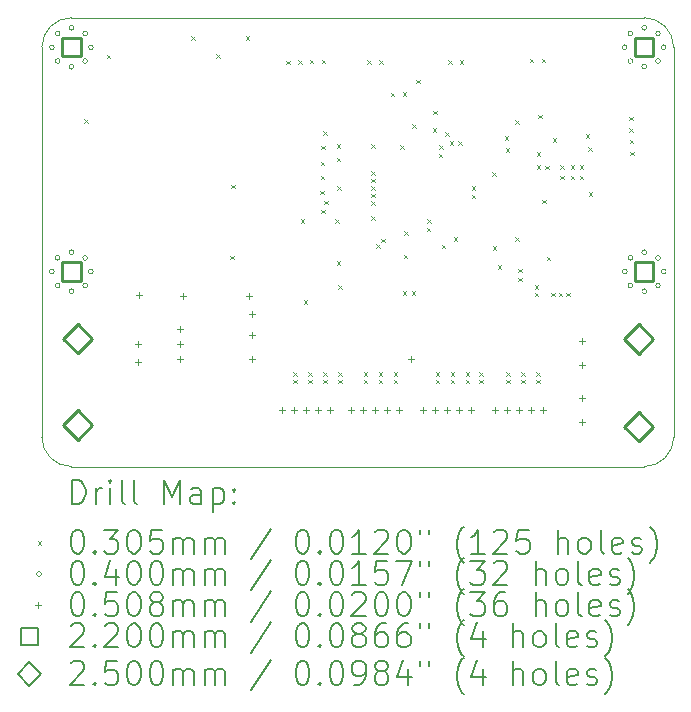
<source format=gbr>
%TF.GenerationSoftware,KiCad,Pcbnew,8.0.3-8.0.3-0~ubuntu24.04.1*%
%TF.CreationDate,2024-07-11T14:27:07+08:00*%
%TF.ProjectId,CawBMS,43617742-4d53-42e6-9b69-6361645f7063,rev?*%
%TF.SameCoordinates,Original*%
%TF.FileFunction,Drillmap*%
%TF.FilePolarity,Positive*%
%FSLAX45Y45*%
G04 Gerber Fmt 4.5, Leading zero omitted, Abs format (unit mm)*
G04 Created by KiCad (PCBNEW 8.0.3-8.0.3-0~ubuntu24.04.1) date 2024-07-11 14:27:07*
%MOMM*%
%LPD*%
G01*
G04 APERTURE LIST*
%ADD10C,0.100000*%
%ADD11C,0.200000*%
%ADD12C,0.220000*%
%ADD13C,0.250000*%
G04 APERTURE END LIST*
D10*
X11000000Y-9450000D02*
G75*
G02*
X11250000Y-9200000I250000J0D01*
G01*
X11250000Y-13000000D02*
X16100000Y-13000000D01*
X16100000Y-9200000D02*
G75*
G02*
X16350000Y-9450000I0J-250000D01*
G01*
X16350000Y-12750000D02*
G75*
G02*
X16100000Y-13000000I-250000J0D01*
G01*
X11250000Y-13000000D02*
G75*
G02*
X11000000Y-12750000I0J250000D01*
G01*
X16350000Y-12750000D02*
X16350000Y-9450000D01*
X11000000Y-9450000D02*
X11000000Y-12750000D01*
X16100000Y-9200000D02*
X11250000Y-9200000D01*
D11*
D10*
X11359960Y-10059860D02*
X11390440Y-10090340D01*
X11390440Y-10059860D02*
X11359960Y-10090340D01*
X11549760Y-9511760D02*
X11580240Y-9542240D01*
X11580240Y-9511760D02*
X11549760Y-9542240D01*
X12263760Y-9357760D02*
X12294240Y-9388240D01*
X12294240Y-9357760D02*
X12263760Y-9388240D01*
X12477760Y-9508070D02*
X12508240Y-9538550D01*
X12508240Y-9508070D02*
X12477760Y-9538550D01*
X12595860Y-11215010D02*
X12626340Y-11245490D01*
X12626340Y-11215010D02*
X12595860Y-11245490D01*
X12601760Y-10613760D02*
X12632240Y-10644240D01*
X12632240Y-10613760D02*
X12601760Y-10644240D01*
X12724760Y-9356760D02*
X12755240Y-9387240D01*
X12755240Y-9356760D02*
X12724760Y-9387240D01*
X13070760Y-9563900D02*
X13101240Y-9594380D01*
X13101240Y-9563900D02*
X13070760Y-9594380D01*
X13129260Y-12202160D02*
X13159740Y-12232640D01*
X13159740Y-12202160D02*
X13129260Y-12232640D01*
X13129260Y-12265660D02*
X13159740Y-12296140D01*
X13159740Y-12265660D02*
X13129260Y-12296140D01*
X13168760Y-9558760D02*
X13199240Y-9589240D01*
X13199240Y-9558760D02*
X13168760Y-9589240D01*
X13192760Y-10906760D02*
X13223240Y-10937240D01*
X13223240Y-10906760D02*
X13192760Y-10937240D01*
X13216760Y-11589760D02*
X13247240Y-11620240D01*
X13247240Y-11589760D02*
X13216760Y-11620240D01*
X13256260Y-12202160D02*
X13286740Y-12232640D01*
X13286740Y-12202160D02*
X13256260Y-12232640D01*
X13256260Y-12265660D02*
X13286740Y-12296140D01*
X13286740Y-12265660D02*
X13256260Y-12296140D01*
X13267760Y-9556760D02*
X13298240Y-9587240D01*
X13298240Y-9556760D02*
X13267760Y-9587240D01*
X13357860Y-10665460D02*
X13388340Y-10695940D01*
X13388340Y-10665460D02*
X13357860Y-10695940D01*
X13360760Y-10418838D02*
X13391240Y-10449318D01*
X13391240Y-10418838D02*
X13360760Y-10449318D01*
X13360760Y-10537760D02*
X13391240Y-10568240D01*
X13391240Y-10537760D02*
X13360760Y-10568240D01*
X13364760Y-10825760D02*
X13395240Y-10856240D01*
X13395240Y-10825760D02*
X13364760Y-10856240D01*
X13366760Y-10284760D02*
X13397240Y-10315240D01*
X13397240Y-10284760D02*
X13366760Y-10315240D01*
X13370760Y-9556760D02*
X13401240Y-9587240D01*
X13401240Y-9556760D02*
X13370760Y-9587240D01*
X13379760Y-10158760D02*
X13410240Y-10189240D01*
X13410240Y-10158760D02*
X13379760Y-10189240D01*
X13383260Y-12202160D02*
X13413740Y-12232640D01*
X13413740Y-12202160D02*
X13383260Y-12232640D01*
X13383260Y-12265660D02*
X13413740Y-12296140D01*
X13413740Y-12265660D02*
X13383260Y-12296140D01*
X13389360Y-10747760D02*
X13419840Y-10778240D01*
X13419840Y-10747760D02*
X13389360Y-10778240D01*
X13484860Y-10906760D02*
X13515340Y-10937240D01*
X13515340Y-10906760D02*
X13484860Y-10937240D01*
X13497560Y-10271760D02*
X13528040Y-10302240D01*
X13528040Y-10271760D02*
X13497560Y-10302240D01*
X13497560Y-10386060D02*
X13528040Y-10416540D01*
X13528040Y-10386060D02*
X13497560Y-10416540D01*
X13497560Y-11262360D02*
X13528040Y-11292840D01*
X13528040Y-11262360D02*
X13497560Y-11292840D01*
X13499760Y-10627360D02*
X13530240Y-10657840D01*
X13530240Y-10627360D02*
X13499760Y-10657840D01*
X13510260Y-11465560D02*
X13540740Y-11496040D01*
X13540740Y-11465560D02*
X13510260Y-11496040D01*
X13510260Y-12202160D02*
X13540740Y-12232640D01*
X13540740Y-12202160D02*
X13510260Y-12232640D01*
X13510260Y-12265660D02*
X13540740Y-12296140D01*
X13540740Y-12265660D02*
X13510260Y-12296140D01*
X13726160Y-12202160D02*
X13756640Y-12232640D01*
X13756640Y-12202160D02*
X13726160Y-12232640D01*
X13726160Y-12265660D02*
X13756640Y-12296140D01*
X13756640Y-12265660D02*
X13726160Y-12296140D01*
X13754760Y-9559760D02*
X13785240Y-9590240D01*
X13785240Y-9559760D02*
X13754760Y-9590240D01*
X13789660Y-10271760D02*
X13820140Y-10302240D01*
X13820140Y-10271760D02*
X13789660Y-10302240D01*
X13789660Y-10500360D02*
X13820140Y-10530840D01*
X13820140Y-10500360D02*
X13789660Y-10530840D01*
X13789660Y-10563860D02*
X13820140Y-10594340D01*
X13820140Y-10563860D02*
X13789660Y-10594340D01*
X13789660Y-10627360D02*
X13820140Y-10657840D01*
X13820140Y-10627360D02*
X13789660Y-10657840D01*
X13789660Y-10690860D02*
X13820140Y-10721340D01*
X13820140Y-10690860D02*
X13789660Y-10721340D01*
X13789660Y-10754360D02*
X13820140Y-10784840D01*
X13820140Y-10754360D02*
X13789660Y-10784840D01*
X13789660Y-10881360D02*
X13820140Y-10911840D01*
X13820140Y-10881360D02*
X13789660Y-10911840D01*
X13830760Y-11116760D02*
X13861240Y-11147240D01*
X13861240Y-11116760D02*
X13830760Y-11147240D01*
X13853160Y-12202160D02*
X13883640Y-12232640D01*
X13883640Y-12202160D02*
X13853160Y-12232640D01*
X13853160Y-12265660D02*
X13883640Y-12296140D01*
X13883640Y-12265660D02*
X13853160Y-12296140D01*
X13854760Y-9560760D02*
X13885240Y-9591240D01*
X13885240Y-9560760D02*
X13854760Y-9591240D01*
X13873760Y-11070760D02*
X13904240Y-11101240D01*
X13904240Y-11070760D02*
X13873760Y-11101240D01*
X13953760Y-9833760D02*
X13984240Y-9864240D01*
X13984240Y-9833760D02*
X13953760Y-9864240D01*
X13980160Y-12202160D02*
X14010640Y-12232640D01*
X14010640Y-12202160D02*
X13980160Y-12232640D01*
X13980160Y-12265660D02*
X14010640Y-12296140D01*
X14010640Y-12265660D02*
X13980160Y-12296140D01*
X14035760Y-10281760D02*
X14066240Y-10312240D01*
X14066240Y-10281760D02*
X14035760Y-10312240D01*
X14054760Y-9832760D02*
X14085240Y-9863240D01*
X14085240Y-9832760D02*
X14054760Y-9863240D01*
X14056360Y-11516360D02*
X14086840Y-11546840D01*
X14086840Y-11516360D02*
X14056360Y-11546840D01*
X14065220Y-11207720D02*
X14095700Y-11238200D01*
X14095700Y-11207720D02*
X14065220Y-11238200D01*
X14069060Y-11008360D02*
X14099540Y-11038840D01*
X14099540Y-11008360D02*
X14069060Y-11038840D01*
X14132560Y-11516360D02*
X14163040Y-11546840D01*
X14163040Y-11516360D02*
X14132560Y-11546840D01*
X14135346Y-10101174D02*
X14165826Y-10131654D01*
X14165826Y-10101174D02*
X14135346Y-10131654D01*
X14170660Y-9725660D02*
X14201140Y-9756140D01*
X14201140Y-9725660D02*
X14170660Y-9756140D01*
X14258774Y-10977746D02*
X14289254Y-11008226D01*
X14289254Y-10977746D02*
X14258774Y-11008226D01*
X14261982Y-10904205D02*
X14292462Y-10934685D01*
X14292462Y-10904205D02*
X14261982Y-10934685D01*
X14309760Y-10133760D02*
X14340240Y-10164240D01*
X14340240Y-10133760D02*
X14309760Y-10164240D01*
X14314760Y-9985760D02*
X14345240Y-10016240D01*
X14345240Y-9985760D02*
X14314760Y-10016240D01*
X14335760Y-12202160D02*
X14366240Y-12232640D01*
X14366240Y-12202160D02*
X14335760Y-12232640D01*
X14335760Y-12265660D02*
X14366240Y-12296140D01*
X14366240Y-12265660D02*
X14335760Y-12296140D01*
X14359760Y-10351760D02*
X14390240Y-10382240D01*
X14390240Y-10351760D02*
X14359760Y-10382240D01*
X14364727Y-10277771D02*
X14395207Y-10308251D01*
X14395207Y-10277771D02*
X14364727Y-10308251D01*
X14386560Y-11122660D02*
X14417040Y-11153140D01*
X14417040Y-11122660D02*
X14386560Y-11153140D01*
X14415760Y-10169760D02*
X14446240Y-10200240D01*
X14446240Y-10169760D02*
X14415760Y-10200240D01*
X14441760Y-9560760D02*
X14472240Y-9591240D01*
X14472240Y-9560760D02*
X14441760Y-9591240D01*
X14452760Y-10245760D02*
X14483240Y-10276240D01*
X14483240Y-10245760D02*
X14452760Y-10276240D01*
X14462760Y-12202160D02*
X14493240Y-12232640D01*
X14493240Y-12202160D02*
X14462760Y-12232640D01*
X14462760Y-12265660D02*
X14493240Y-12296140D01*
X14493240Y-12265660D02*
X14462760Y-12296140D01*
X14488160Y-11059160D02*
X14518640Y-11089640D01*
X14518640Y-11059160D02*
X14488160Y-11089640D01*
X14526370Y-10245564D02*
X14556850Y-10276044D01*
X14556850Y-10245564D02*
X14526370Y-10276044D01*
X14538760Y-9559760D02*
X14569240Y-9590240D01*
X14569240Y-9559760D02*
X14538760Y-9590240D01*
X14589760Y-12202160D02*
X14620240Y-12232640D01*
X14620240Y-12202160D02*
X14589760Y-12232640D01*
X14589760Y-12265660D02*
X14620240Y-12296140D01*
X14620240Y-12265660D02*
X14589760Y-12296140D01*
X14639800Y-10697596D02*
X14670280Y-10728076D01*
X14670280Y-10697596D02*
X14639800Y-10728076D01*
X14640899Y-10623994D02*
X14671379Y-10654474D01*
X14671379Y-10623994D02*
X14640899Y-10654474D01*
X14704060Y-12202160D02*
X14734540Y-12232640D01*
X14734540Y-12202160D02*
X14704060Y-12232640D01*
X14704060Y-12265660D02*
X14734540Y-12296140D01*
X14734540Y-12265660D02*
X14704060Y-12296140D01*
X14813760Y-10508760D02*
X14844240Y-10539240D01*
X14844240Y-10508760D02*
X14813760Y-10539240D01*
X14818360Y-11135360D02*
X14848840Y-11165840D01*
X14848840Y-11135360D02*
X14818360Y-11165840D01*
X14857960Y-11295430D02*
X14888440Y-11325910D01*
X14888440Y-11295430D02*
X14857960Y-11325910D01*
X14919760Y-10201760D02*
X14950240Y-10232240D01*
X14950240Y-10201760D02*
X14919760Y-10232240D01*
X14925760Y-10302760D02*
X14956240Y-10333240D01*
X14956240Y-10302760D02*
X14925760Y-10333240D01*
X14932660Y-12202160D02*
X14963140Y-12232640D01*
X14963140Y-12202160D02*
X14932660Y-12232640D01*
X14932660Y-12265660D02*
X14963140Y-12296140D01*
X14963140Y-12265660D02*
X14932660Y-12296140D01*
X15005760Y-10067760D02*
X15036240Y-10098240D01*
X15036240Y-10067760D02*
X15005760Y-10098240D01*
X15008860Y-11059160D02*
X15039340Y-11089640D01*
X15039340Y-11059160D02*
X15008860Y-11089640D01*
X15034260Y-11325860D02*
X15064740Y-11356340D01*
X15064740Y-11325860D02*
X15034260Y-11356340D01*
X15034260Y-11402060D02*
X15064740Y-11432540D01*
X15064740Y-11402060D02*
X15034260Y-11432540D01*
X15059660Y-12202160D02*
X15090140Y-12232640D01*
X15090140Y-12202160D02*
X15059660Y-12232640D01*
X15059660Y-12265660D02*
X15090140Y-12296140D01*
X15090140Y-12265660D02*
X15059660Y-12296140D01*
X15130760Y-9546760D02*
X15161240Y-9577240D01*
X15161240Y-9546760D02*
X15130760Y-9577240D01*
X15173960Y-11465560D02*
X15204440Y-11496040D01*
X15204440Y-11465560D02*
X15173960Y-11496040D01*
X15173960Y-11529060D02*
X15204440Y-11559540D01*
X15204440Y-11529060D02*
X15173960Y-11559540D01*
X15186660Y-12202160D02*
X15217140Y-12232640D01*
X15217140Y-12202160D02*
X15186660Y-12232640D01*
X15186660Y-12265660D02*
X15217140Y-12296140D01*
X15217140Y-12265660D02*
X15186660Y-12296140D01*
X15188899Y-10337449D02*
X15219379Y-10367929D01*
X15219379Y-10337449D02*
X15188899Y-10367929D01*
X15189030Y-10450281D02*
X15219510Y-10480761D01*
X15219510Y-10450281D02*
X15189030Y-10480761D01*
X15204760Y-10019760D02*
X15235240Y-10050240D01*
X15235240Y-10019760D02*
X15204760Y-10050240D01*
X15231760Y-9546760D02*
X15262240Y-9577240D01*
X15262240Y-9546760D02*
X15231760Y-9577240D01*
X15237460Y-10741660D02*
X15267940Y-10772140D01*
X15267940Y-10741660D02*
X15237460Y-10772140D01*
X15262561Y-10453690D02*
X15293041Y-10484170D01*
X15293041Y-10453690D02*
X15262561Y-10484170D01*
X15275560Y-11224260D02*
X15306040Y-11254740D01*
X15306040Y-11224260D02*
X15275560Y-11254740D01*
X15313660Y-11529060D02*
X15344140Y-11559540D01*
X15344140Y-11529060D02*
X15313660Y-11559540D01*
X15326360Y-10220960D02*
X15356840Y-10251440D01*
X15356840Y-10220960D02*
X15326360Y-10251440D01*
X15377160Y-11529060D02*
X15407640Y-11559540D01*
X15407640Y-11529060D02*
X15377160Y-11559540D01*
X15389860Y-10449560D02*
X15420340Y-10480040D01*
X15420340Y-10449560D02*
X15389860Y-10480040D01*
X15389860Y-10538460D02*
X15420340Y-10568940D01*
X15420340Y-10538460D02*
X15389860Y-10568940D01*
X15440660Y-11529760D02*
X15471140Y-11560240D01*
X15471140Y-11529760D02*
X15440660Y-11560240D01*
X15478760Y-10449560D02*
X15509240Y-10480040D01*
X15509240Y-10449560D02*
X15478760Y-10480040D01*
X15478760Y-10538460D02*
X15509240Y-10568940D01*
X15509240Y-10538460D02*
X15478760Y-10568940D01*
X15554960Y-10449560D02*
X15585440Y-10480040D01*
X15585440Y-10449560D02*
X15554960Y-10480040D01*
X15554960Y-10538460D02*
X15585440Y-10568940D01*
X15585440Y-10538460D02*
X15554960Y-10568940D01*
X15605760Y-10184410D02*
X15636240Y-10214890D01*
X15636240Y-10184410D02*
X15605760Y-10214890D01*
X15623456Y-10296990D02*
X15653936Y-10327470D01*
X15653936Y-10296990D02*
X15623456Y-10327470D01*
X15631160Y-10678160D02*
X15661640Y-10708640D01*
X15661640Y-10678160D02*
X15631160Y-10708640D01*
X15972760Y-10036760D02*
X16003240Y-10067240D01*
X16003240Y-10036760D02*
X15972760Y-10067240D01*
X15972760Y-10134760D02*
X16003240Y-10165240D01*
X16003240Y-10134760D02*
X15972760Y-10165240D01*
X15977760Y-10233760D02*
X16008240Y-10264240D01*
X16008240Y-10233760D02*
X15977760Y-10264240D01*
X15979760Y-10334760D02*
X16010240Y-10365240D01*
X16010240Y-10334760D02*
X15979760Y-10365240D01*
X11105000Y-9450000D02*
G75*
G02*
X11065000Y-9450000I-20000J0D01*
G01*
X11065000Y-9450000D02*
G75*
G02*
X11105000Y-9450000I20000J0D01*
G01*
X11105000Y-11350000D02*
G75*
G02*
X11065000Y-11350000I-20000J0D01*
G01*
X11065000Y-11350000D02*
G75*
G02*
X11105000Y-11350000I20000J0D01*
G01*
X11153327Y-9333327D02*
G75*
G02*
X11113327Y-9333327I-20000J0D01*
G01*
X11113327Y-9333327D02*
G75*
G02*
X11153327Y-9333327I20000J0D01*
G01*
X11153327Y-9566673D02*
G75*
G02*
X11113327Y-9566673I-20000J0D01*
G01*
X11113327Y-9566673D02*
G75*
G02*
X11153327Y-9566673I20000J0D01*
G01*
X11153327Y-11233327D02*
G75*
G02*
X11113327Y-11233327I-20000J0D01*
G01*
X11113327Y-11233327D02*
G75*
G02*
X11153327Y-11233327I20000J0D01*
G01*
X11153327Y-11466673D02*
G75*
G02*
X11113327Y-11466673I-20000J0D01*
G01*
X11113327Y-11466673D02*
G75*
G02*
X11153327Y-11466673I20000J0D01*
G01*
X11270000Y-9285000D02*
G75*
G02*
X11230000Y-9285000I-20000J0D01*
G01*
X11230000Y-9285000D02*
G75*
G02*
X11270000Y-9285000I20000J0D01*
G01*
X11270000Y-9615000D02*
G75*
G02*
X11230000Y-9615000I-20000J0D01*
G01*
X11230000Y-9615000D02*
G75*
G02*
X11270000Y-9615000I20000J0D01*
G01*
X11270000Y-11185000D02*
G75*
G02*
X11230000Y-11185000I-20000J0D01*
G01*
X11230000Y-11185000D02*
G75*
G02*
X11270000Y-11185000I20000J0D01*
G01*
X11270000Y-11515000D02*
G75*
G02*
X11230000Y-11515000I-20000J0D01*
G01*
X11230000Y-11515000D02*
G75*
G02*
X11270000Y-11515000I20000J0D01*
G01*
X11386673Y-9333327D02*
G75*
G02*
X11346673Y-9333327I-20000J0D01*
G01*
X11346673Y-9333327D02*
G75*
G02*
X11386673Y-9333327I20000J0D01*
G01*
X11386673Y-9566673D02*
G75*
G02*
X11346673Y-9566673I-20000J0D01*
G01*
X11346673Y-9566673D02*
G75*
G02*
X11386673Y-9566673I20000J0D01*
G01*
X11386673Y-11233327D02*
G75*
G02*
X11346673Y-11233327I-20000J0D01*
G01*
X11346673Y-11233327D02*
G75*
G02*
X11386673Y-11233327I20000J0D01*
G01*
X11386673Y-11466673D02*
G75*
G02*
X11346673Y-11466673I-20000J0D01*
G01*
X11346673Y-11466673D02*
G75*
G02*
X11386673Y-11466673I20000J0D01*
G01*
X11435000Y-9450000D02*
G75*
G02*
X11395000Y-9450000I-20000J0D01*
G01*
X11395000Y-9450000D02*
G75*
G02*
X11435000Y-9450000I20000J0D01*
G01*
X11435000Y-11350000D02*
G75*
G02*
X11395000Y-11350000I-20000J0D01*
G01*
X11395000Y-11350000D02*
G75*
G02*
X11435000Y-11350000I20000J0D01*
G01*
X15955000Y-9450000D02*
G75*
G02*
X15915000Y-9450000I-20000J0D01*
G01*
X15915000Y-9450000D02*
G75*
G02*
X15955000Y-9450000I20000J0D01*
G01*
X15955000Y-11350000D02*
G75*
G02*
X15915000Y-11350000I-20000J0D01*
G01*
X15915000Y-11350000D02*
G75*
G02*
X15955000Y-11350000I20000J0D01*
G01*
X16003327Y-9333327D02*
G75*
G02*
X15963327Y-9333327I-20000J0D01*
G01*
X15963327Y-9333327D02*
G75*
G02*
X16003327Y-9333327I20000J0D01*
G01*
X16003327Y-9566673D02*
G75*
G02*
X15963327Y-9566673I-20000J0D01*
G01*
X15963327Y-9566673D02*
G75*
G02*
X16003327Y-9566673I20000J0D01*
G01*
X16003327Y-11233327D02*
G75*
G02*
X15963327Y-11233327I-20000J0D01*
G01*
X15963327Y-11233327D02*
G75*
G02*
X16003327Y-11233327I20000J0D01*
G01*
X16003327Y-11466673D02*
G75*
G02*
X15963327Y-11466673I-20000J0D01*
G01*
X15963327Y-11466673D02*
G75*
G02*
X16003327Y-11466673I20000J0D01*
G01*
X16120000Y-9285000D02*
G75*
G02*
X16080000Y-9285000I-20000J0D01*
G01*
X16080000Y-9285000D02*
G75*
G02*
X16120000Y-9285000I20000J0D01*
G01*
X16120000Y-9615000D02*
G75*
G02*
X16080000Y-9615000I-20000J0D01*
G01*
X16080000Y-9615000D02*
G75*
G02*
X16120000Y-9615000I20000J0D01*
G01*
X16120000Y-11185000D02*
G75*
G02*
X16080000Y-11185000I-20000J0D01*
G01*
X16080000Y-11185000D02*
G75*
G02*
X16120000Y-11185000I20000J0D01*
G01*
X16120000Y-11515000D02*
G75*
G02*
X16080000Y-11515000I-20000J0D01*
G01*
X16080000Y-11515000D02*
G75*
G02*
X16120000Y-11515000I20000J0D01*
G01*
X16236673Y-9333327D02*
G75*
G02*
X16196673Y-9333327I-20000J0D01*
G01*
X16196673Y-9333327D02*
G75*
G02*
X16236673Y-9333327I20000J0D01*
G01*
X16236673Y-9566673D02*
G75*
G02*
X16196673Y-9566673I-20000J0D01*
G01*
X16196673Y-9566673D02*
G75*
G02*
X16236673Y-9566673I20000J0D01*
G01*
X16236673Y-11233327D02*
G75*
G02*
X16196673Y-11233327I-20000J0D01*
G01*
X16196673Y-11233327D02*
G75*
G02*
X16236673Y-11233327I20000J0D01*
G01*
X16236673Y-11466673D02*
G75*
G02*
X16196673Y-11466673I-20000J0D01*
G01*
X16196673Y-11466673D02*
G75*
G02*
X16236673Y-11466673I20000J0D01*
G01*
X16285000Y-9450000D02*
G75*
G02*
X16245000Y-9450000I-20000J0D01*
G01*
X16245000Y-9450000D02*
G75*
G02*
X16285000Y-9450000I20000J0D01*
G01*
X16285000Y-11350000D02*
G75*
G02*
X16245000Y-11350000I-20000J0D01*
G01*
X16245000Y-11350000D02*
G75*
G02*
X16285000Y-11350000I20000J0D01*
G01*
X11811000Y-11938000D02*
X11811000Y-11988800D01*
X11785600Y-11963400D02*
X11836400Y-11963400D01*
X11811000Y-12090400D02*
X11811000Y-12141200D01*
X11785600Y-12115800D02*
X11836400Y-12115800D01*
X11821000Y-11518600D02*
X11821000Y-11569400D01*
X11795600Y-11544000D02*
X11846400Y-11544000D01*
X12166600Y-11811000D02*
X12166600Y-11861800D01*
X12141200Y-11836400D02*
X12192000Y-11836400D01*
X12166600Y-11938000D02*
X12166600Y-11988800D01*
X12141200Y-11963400D02*
X12192000Y-11963400D01*
X12166600Y-12065000D02*
X12166600Y-12115800D01*
X12141200Y-12090400D02*
X12192000Y-12090400D01*
X12192000Y-11531600D02*
X12192000Y-11582400D01*
X12166600Y-11557000D02*
X12217400Y-11557000D01*
X12750800Y-11531600D02*
X12750800Y-11582400D01*
X12725400Y-11557000D02*
X12776200Y-11557000D01*
X12776200Y-11684000D02*
X12776200Y-11734800D01*
X12750800Y-11709400D02*
X12801600Y-11709400D01*
X12776200Y-11861800D02*
X12776200Y-11912600D01*
X12750800Y-11887200D02*
X12801600Y-11887200D01*
X12776200Y-12065000D02*
X12776200Y-12115800D01*
X12750800Y-12090400D02*
X12801600Y-12090400D01*
X13030200Y-12496800D02*
X13030200Y-12547600D01*
X13004800Y-12522200D02*
X13055600Y-12522200D01*
X13131800Y-12496800D02*
X13131800Y-12547600D01*
X13106400Y-12522200D02*
X13157200Y-12522200D01*
X13233400Y-12496800D02*
X13233400Y-12547600D01*
X13208000Y-12522200D02*
X13258800Y-12522200D01*
X13335000Y-12496800D02*
X13335000Y-12547600D01*
X13309600Y-12522200D02*
X13360400Y-12522200D01*
X13436600Y-12496800D02*
X13436600Y-12547600D01*
X13411200Y-12522200D02*
X13462000Y-12522200D01*
X13614400Y-12496800D02*
X13614400Y-12547600D01*
X13589000Y-12522200D02*
X13639800Y-12522200D01*
X13716000Y-12496800D02*
X13716000Y-12547600D01*
X13690600Y-12522200D02*
X13741400Y-12522200D01*
X13817600Y-12496800D02*
X13817600Y-12547600D01*
X13792200Y-12522200D02*
X13843000Y-12522200D01*
X13919200Y-12496800D02*
X13919200Y-12547600D01*
X13893800Y-12522200D02*
X13944600Y-12522200D01*
X14020800Y-12496800D02*
X14020800Y-12547600D01*
X13995400Y-12522200D02*
X14046200Y-12522200D01*
X14122350Y-12064950D02*
X14122350Y-12115750D01*
X14096950Y-12090350D02*
X14147750Y-12090350D01*
X14224000Y-12496800D02*
X14224000Y-12547600D01*
X14198600Y-12522200D02*
X14249400Y-12522200D01*
X14325600Y-12496800D02*
X14325600Y-12547600D01*
X14300200Y-12522200D02*
X14351000Y-12522200D01*
X14427200Y-12496800D02*
X14427200Y-12547600D01*
X14401800Y-12522200D02*
X14452600Y-12522200D01*
X14528800Y-12496800D02*
X14528800Y-12547600D01*
X14503400Y-12522200D02*
X14554200Y-12522200D01*
X14630400Y-12496800D02*
X14630400Y-12547600D01*
X14605000Y-12522200D02*
X14655800Y-12522200D01*
X14833600Y-12496800D02*
X14833600Y-12547600D01*
X14808200Y-12522200D02*
X14859000Y-12522200D01*
X14935200Y-12496800D02*
X14935200Y-12547600D01*
X14909800Y-12522200D02*
X14960600Y-12522200D01*
X15036800Y-12496800D02*
X15036800Y-12547600D01*
X15011400Y-12522200D02*
X15062200Y-12522200D01*
X15138400Y-12496800D02*
X15138400Y-12547600D01*
X15113000Y-12522200D02*
X15163800Y-12522200D01*
X15240000Y-12496800D02*
X15240000Y-12547600D01*
X15214600Y-12522200D02*
X15265400Y-12522200D01*
X15570200Y-11912600D02*
X15570200Y-11963400D01*
X15544800Y-11938000D02*
X15595600Y-11938000D01*
X15570200Y-12115800D02*
X15570200Y-12166600D01*
X15544800Y-12141200D02*
X15595600Y-12141200D01*
X15570200Y-12395200D02*
X15570200Y-12446000D01*
X15544800Y-12420600D02*
X15595600Y-12420600D01*
X15570200Y-12598400D02*
X15570200Y-12649200D01*
X15544800Y-12623800D02*
X15595600Y-12623800D01*
D12*
X11327782Y-9527783D02*
X11327782Y-9372218D01*
X11172218Y-9372218D01*
X11172218Y-9527783D01*
X11327782Y-9527783D01*
X11327782Y-11427782D02*
X11327782Y-11272217D01*
X11172218Y-11272217D01*
X11172218Y-11427782D01*
X11327782Y-11427782D01*
X16177782Y-9527783D02*
X16177782Y-9372218D01*
X16022217Y-9372218D01*
X16022217Y-9527783D01*
X16177782Y-9527783D01*
X16177782Y-11427782D02*
X16177782Y-11272217D01*
X16022217Y-11272217D01*
X16022217Y-11427782D01*
X16177782Y-11427782D01*
D13*
X11303000Y-12042300D02*
X11428000Y-11917300D01*
X11303000Y-11792300D01*
X11178000Y-11917300D01*
X11303000Y-12042300D01*
X11303000Y-12774200D02*
X11428000Y-12649200D01*
X11303000Y-12524200D01*
X11178000Y-12649200D01*
X11303000Y-12774200D01*
X16052800Y-12043100D02*
X16177800Y-11918100D01*
X16052800Y-11793100D01*
X15927800Y-11918100D01*
X16052800Y-12043100D01*
X16052800Y-12787700D02*
X16177800Y-12662700D01*
X16052800Y-12537700D01*
X15927800Y-12662700D01*
X16052800Y-12787700D01*
D11*
X11255777Y-13316484D02*
X11255777Y-13116484D01*
X11255777Y-13116484D02*
X11303396Y-13116484D01*
X11303396Y-13116484D02*
X11331967Y-13126008D01*
X11331967Y-13126008D02*
X11351015Y-13145055D01*
X11351015Y-13145055D02*
X11360539Y-13164103D01*
X11360539Y-13164103D02*
X11370062Y-13202198D01*
X11370062Y-13202198D02*
X11370062Y-13230769D01*
X11370062Y-13230769D02*
X11360539Y-13268865D01*
X11360539Y-13268865D02*
X11351015Y-13287912D01*
X11351015Y-13287912D02*
X11331967Y-13306960D01*
X11331967Y-13306960D02*
X11303396Y-13316484D01*
X11303396Y-13316484D02*
X11255777Y-13316484D01*
X11455777Y-13316484D02*
X11455777Y-13183150D01*
X11455777Y-13221246D02*
X11465301Y-13202198D01*
X11465301Y-13202198D02*
X11474824Y-13192674D01*
X11474824Y-13192674D02*
X11493872Y-13183150D01*
X11493872Y-13183150D02*
X11512920Y-13183150D01*
X11579586Y-13316484D02*
X11579586Y-13183150D01*
X11579586Y-13116484D02*
X11570062Y-13126008D01*
X11570062Y-13126008D02*
X11579586Y-13135531D01*
X11579586Y-13135531D02*
X11589110Y-13126008D01*
X11589110Y-13126008D02*
X11579586Y-13116484D01*
X11579586Y-13116484D02*
X11579586Y-13135531D01*
X11703396Y-13316484D02*
X11684348Y-13306960D01*
X11684348Y-13306960D02*
X11674824Y-13287912D01*
X11674824Y-13287912D02*
X11674824Y-13116484D01*
X11808158Y-13316484D02*
X11789110Y-13306960D01*
X11789110Y-13306960D02*
X11779586Y-13287912D01*
X11779586Y-13287912D02*
X11779586Y-13116484D01*
X12036729Y-13316484D02*
X12036729Y-13116484D01*
X12036729Y-13116484D02*
X12103396Y-13259341D01*
X12103396Y-13259341D02*
X12170062Y-13116484D01*
X12170062Y-13116484D02*
X12170062Y-13316484D01*
X12351015Y-13316484D02*
X12351015Y-13211722D01*
X12351015Y-13211722D02*
X12341491Y-13192674D01*
X12341491Y-13192674D02*
X12322443Y-13183150D01*
X12322443Y-13183150D02*
X12284348Y-13183150D01*
X12284348Y-13183150D02*
X12265301Y-13192674D01*
X12351015Y-13306960D02*
X12331967Y-13316484D01*
X12331967Y-13316484D02*
X12284348Y-13316484D01*
X12284348Y-13316484D02*
X12265301Y-13306960D01*
X12265301Y-13306960D02*
X12255777Y-13287912D01*
X12255777Y-13287912D02*
X12255777Y-13268865D01*
X12255777Y-13268865D02*
X12265301Y-13249817D01*
X12265301Y-13249817D02*
X12284348Y-13240293D01*
X12284348Y-13240293D02*
X12331967Y-13240293D01*
X12331967Y-13240293D02*
X12351015Y-13230769D01*
X12446253Y-13183150D02*
X12446253Y-13383150D01*
X12446253Y-13192674D02*
X12465301Y-13183150D01*
X12465301Y-13183150D02*
X12503396Y-13183150D01*
X12503396Y-13183150D02*
X12522443Y-13192674D01*
X12522443Y-13192674D02*
X12531967Y-13202198D01*
X12531967Y-13202198D02*
X12541491Y-13221246D01*
X12541491Y-13221246D02*
X12541491Y-13278388D01*
X12541491Y-13278388D02*
X12531967Y-13297436D01*
X12531967Y-13297436D02*
X12522443Y-13306960D01*
X12522443Y-13306960D02*
X12503396Y-13316484D01*
X12503396Y-13316484D02*
X12465301Y-13316484D01*
X12465301Y-13316484D02*
X12446253Y-13306960D01*
X12627205Y-13297436D02*
X12636729Y-13306960D01*
X12636729Y-13306960D02*
X12627205Y-13316484D01*
X12627205Y-13316484D02*
X12617682Y-13306960D01*
X12617682Y-13306960D02*
X12627205Y-13297436D01*
X12627205Y-13297436D02*
X12627205Y-13316484D01*
X12627205Y-13192674D02*
X12636729Y-13202198D01*
X12636729Y-13202198D02*
X12627205Y-13211722D01*
X12627205Y-13211722D02*
X12617682Y-13202198D01*
X12617682Y-13202198D02*
X12627205Y-13192674D01*
X12627205Y-13192674D02*
X12627205Y-13211722D01*
D10*
X10964520Y-13629760D02*
X10995000Y-13660240D01*
X10995000Y-13629760D02*
X10964520Y-13660240D01*
D11*
X11293872Y-13536484D02*
X11312920Y-13536484D01*
X11312920Y-13536484D02*
X11331967Y-13546008D01*
X11331967Y-13546008D02*
X11341491Y-13555531D01*
X11341491Y-13555531D02*
X11351015Y-13574579D01*
X11351015Y-13574579D02*
X11360539Y-13612674D01*
X11360539Y-13612674D02*
X11360539Y-13660293D01*
X11360539Y-13660293D02*
X11351015Y-13698388D01*
X11351015Y-13698388D02*
X11341491Y-13717436D01*
X11341491Y-13717436D02*
X11331967Y-13726960D01*
X11331967Y-13726960D02*
X11312920Y-13736484D01*
X11312920Y-13736484D02*
X11293872Y-13736484D01*
X11293872Y-13736484D02*
X11274824Y-13726960D01*
X11274824Y-13726960D02*
X11265301Y-13717436D01*
X11265301Y-13717436D02*
X11255777Y-13698388D01*
X11255777Y-13698388D02*
X11246253Y-13660293D01*
X11246253Y-13660293D02*
X11246253Y-13612674D01*
X11246253Y-13612674D02*
X11255777Y-13574579D01*
X11255777Y-13574579D02*
X11265301Y-13555531D01*
X11265301Y-13555531D02*
X11274824Y-13546008D01*
X11274824Y-13546008D02*
X11293872Y-13536484D01*
X11446253Y-13717436D02*
X11455777Y-13726960D01*
X11455777Y-13726960D02*
X11446253Y-13736484D01*
X11446253Y-13736484D02*
X11436729Y-13726960D01*
X11436729Y-13726960D02*
X11446253Y-13717436D01*
X11446253Y-13717436D02*
X11446253Y-13736484D01*
X11522443Y-13536484D02*
X11646253Y-13536484D01*
X11646253Y-13536484D02*
X11579586Y-13612674D01*
X11579586Y-13612674D02*
X11608158Y-13612674D01*
X11608158Y-13612674D02*
X11627205Y-13622198D01*
X11627205Y-13622198D02*
X11636729Y-13631722D01*
X11636729Y-13631722D02*
X11646253Y-13650769D01*
X11646253Y-13650769D02*
X11646253Y-13698388D01*
X11646253Y-13698388D02*
X11636729Y-13717436D01*
X11636729Y-13717436D02*
X11627205Y-13726960D01*
X11627205Y-13726960D02*
X11608158Y-13736484D01*
X11608158Y-13736484D02*
X11551015Y-13736484D01*
X11551015Y-13736484D02*
X11531967Y-13726960D01*
X11531967Y-13726960D02*
X11522443Y-13717436D01*
X11770062Y-13536484D02*
X11789110Y-13536484D01*
X11789110Y-13536484D02*
X11808158Y-13546008D01*
X11808158Y-13546008D02*
X11817682Y-13555531D01*
X11817682Y-13555531D02*
X11827205Y-13574579D01*
X11827205Y-13574579D02*
X11836729Y-13612674D01*
X11836729Y-13612674D02*
X11836729Y-13660293D01*
X11836729Y-13660293D02*
X11827205Y-13698388D01*
X11827205Y-13698388D02*
X11817682Y-13717436D01*
X11817682Y-13717436D02*
X11808158Y-13726960D01*
X11808158Y-13726960D02*
X11789110Y-13736484D01*
X11789110Y-13736484D02*
X11770062Y-13736484D01*
X11770062Y-13736484D02*
X11751015Y-13726960D01*
X11751015Y-13726960D02*
X11741491Y-13717436D01*
X11741491Y-13717436D02*
X11731967Y-13698388D01*
X11731967Y-13698388D02*
X11722443Y-13660293D01*
X11722443Y-13660293D02*
X11722443Y-13612674D01*
X11722443Y-13612674D02*
X11731967Y-13574579D01*
X11731967Y-13574579D02*
X11741491Y-13555531D01*
X11741491Y-13555531D02*
X11751015Y-13546008D01*
X11751015Y-13546008D02*
X11770062Y-13536484D01*
X12017682Y-13536484D02*
X11922443Y-13536484D01*
X11922443Y-13536484D02*
X11912920Y-13631722D01*
X11912920Y-13631722D02*
X11922443Y-13622198D01*
X11922443Y-13622198D02*
X11941491Y-13612674D01*
X11941491Y-13612674D02*
X11989110Y-13612674D01*
X11989110Y-13612674D02*
X12008158Y-13622198D01*
X12008158Y-13622198D02*
X12017682Y-13631722D01*
X12017682Y-13631722D02*
X12027205Y-13650769D01*
X12027205Y-13650769D02*
X12027205Y-13698388D01*
X12027205Y-13698388D02*
X12017682Y-13717436D01*
X12017682Y-13717436D02*
X12008158Y-13726960D01*
X12008158Y-13726960D02*
X11989110Y-13736484D01*
X11989110Y-13736484D02*
X11941491Y-13736484D01*
X11941491Y-13736484D02*
X11922443Y-13726960D01*
X11922443Y-13726960D02*
X11912920Y-13717436D01*
X12112920Y-13736484D02*
X12112920Y-13603150D01*
X12112920Y-13622198D02*
X12122443Y-13612674D01*
X12122443Y-13612674D02*
X12141491Y-13603150D01*
X12141491Y-13603150D02*
X12170063Y-13603150D01*
X12170063Y-13603150D02*
X12189110Y-13612674D01*
X12189110Y-13612674D02*
X12198634Y-13631722D01*
X12198634Y-13631722D02*
X12198634Y-13736484D01*
X12198634Y-13631722D02*
X12208158Y-13612674D01*
X12208158Y-13612674D02*
X12227205Y-13603150D01*
X12227205Y-13603150D02*
X12255777Y-13603150D01*
X12255777Y-13603150D02*
X12274824Y-13612674D01*
X12274824Y-13612674D02*
X12284348Y-13631722D01*
X12284348Y-13631722D02*
X12284348Y-13736484D01*
X12379586Y-13736484D02*
X12379586Y-13603150D01*
X12379586Y-13622198D02*
X12389110Y-13612674D01*
X12389110Y-13612674D02*
X12408158Y-13603150D01*
X12408158Y-13603150D02*
X12436729Y-13603150D01*
X12436729Y-13603150D02*
X12455777Y-13612674D01*
X12455777Y-13612674D02*
X12465301Y-13631722D01*
X12465301Y-13631722D02*
X12465301Y-13736484D01*
X12465301Y-13631722D02*
X12474824Y-13612674D01*
X12474824Y-13612674D02*
X12493872Y-13603150D01*
X12493872Y-13603150D02*
X12522443Y-13603150D01*
X12522443Y-13603150D02*
X12541491Y-13612674D01*
X12541491Y-13612674D02*
X12551015Y-13631722D01*
X12551015Y-13631722D02*
X12551015Y-13736484D01*
X12941491Y-13526960D02*
X12770063Y-13784103D01*
X13198634Y-13536484D02*
X13217682Y-13536484D01*
X13217682Y-13536484D02*
X13236729Y-13546008D01*
X13236729Y-13546008D02*
X13246253Y-13555531D01*
X13246253Y-13555531D02*
X13255777Y-13574579D01*
X13255777Y-13574579D02*
X13265301Y-13612674D01*
X13265301Y-13612674D02*
X13265301Y-13660293D01*
X13265301Y-13660293D02*
X13255777Y-13698388D01*
X13255777Y-13698388D02*
X13246253Y-13717436D01*
X13246253Y-13717436D02*
X13236729Y-13726960D01*
X13236729Y-13726960D02*
X13217682Y-13736484D01*
X13217682Y-13736484D02*
X13198634Y-13736484D01*
X13198634Y-13736484D02*
X13179586Y-13726960D01*
X13179586Y-13726960D02*
X13170063Y-13717436D01*
X13170063Y-13717436D02*
X13160539Y-13698388D01*
X13160539Y-13698388D02*
X13151015Y-13660293D01*
X13151015Y-13660293D02*
X13151015Y-13612674D01*
X13151015Y-13612674D02*
X13160539Y-13574579D01*
X13160539Y-13574579D02*
X13170063Y-13555531D01*
X13170063Y-13555531D02*
X13179586Y-13546008D01*
X13179586Y-13546008D02*
X13198634Y-13536484D01*
X13351015Y-13717436D02*
X13360539Y-13726960D01*
X13360539Y-13726960D02*
X13351015Y-13736484D01*
X13351015Y-13736484D02*
X13341491Y-13726960D01*
X13341491Y-13726960D02*
X13351015Y-13717436D01*
X13351015Y-13717436D02*
X13351015Y-13736484D01*
X13484348Y-13536484D02*
X13503396Y-13536484D01*
X13503396Y-13536484D02*
X13522444Y-13546008D01*
X13522444Y-13546008D02*
X13531967Y-13555531D01*
X13531967Y-13555531D02*
X13541491Y-13574579D01*
X13541491Y-13574579D02*
X13551015Y-13612674D01*
X13551015Y-13612674D02*
X13551015Y-13660293D01*
X13551015Y-13660293D02*
X13541491Y-13698388D01*
X13541491Y-13698388D02*
X13531967Y-13717436D01*
X13531967Y-13717436D02*
X13522444Y-13726960D01*
X13522444Y-13726960D02*
X13503396Y-13736484D01*
X13503396Y-13736484D02*
X13484348Y-13736484D01*
X13484348Y-13736484D02*
X13465301Y-13726960D01*
X13465301Y-13726960D02*
X13455777Y-13717436D01*
X13455777Y-13717436D02*
X13446253Y-13698388D01*
X13446253Y-13698388D02*
X13436729Y-13660293D01*
X13436729Y-13660293D02*
X13436729Y-13612674D01*
X13436729Y-13612674D02*
X13446253Y-13574579D01*
X13446253Y-13574579D02*
X13455777Y-13555531D01*
X13455777Y-13555531D02*
X13465301Y-13546008D01*
X13465301Y-13546008D02*
X13484348Y-13536484D01*
X13741491Y-13736484D02*
X13627206Y-13736484D01*
X13684348Y-13736484D02*
X13684348Y-13536484D01*
X13684348Y-13536484D02*
X13665301Y-13565055D01*
X13665301Y-13565055D02*
X13646253Y-13584103D01*
X13646253Y-13584103D02*
X13627206Y-13593627D01*
X13817682Y-13555531D02*
X13827206Y-13546008D01*
X13827206Y-13546008D02*
X13846253Y-13536484D01*
X13846253Y-13536484D02*
X13893872Y-13536484D01*
X13893872Y-13536484D02*
X13912920Y-13546008D01*
X13912920Y-13546008D02*
X13922444Y-13555531D01*
X13922444Y-13555531D02*
X13931967Y-13574579D01*
X13931967Y-13574579D02*
X13931967Y-13593627D01*
X13931967Y-13593627D02*
X13922444Y-13622198D01*
X13922444Y-13622198D02*
X13808158Y-13736484D01*
X13808158Y-13736484D02*
X13931967Y-13736484D01*
X14055777Y-13536484D02*
X14074825Y-13536484D01*
X14074825Y-13536484D02*
X14093872Y-13546008D01*
X14093872Y-13546008D02*
X14103396Y-13555531D01*
X14103396Y-13555531D02*
X14112920Y-13574579D01*
X14112920Y-13574579D02*
X14122444Y-13612674D01*
X14122444Y-13612674D02*
X14122444Y-13660293D01*
X14122444Y-13660293D02*
X14112920Y-13698388D01*
X14112920Y-13698388D02*
X14103396Y-13717436D01*
X14103396Y-13717436D02*
X14093872Y-13726960D01*
X14093872Y-13726960D02*
X14074825Y-13736484D01*
X14074825Y-13736484D02*
X14055777Y-13736484D01*
X14055777Y-13736484D02*
X14036729Y-13726960D01*
X14036729Y-13726960D02*
X14027206Y-13717436D01*
X14027206Y-13717436D02*
X14017682Y-13698388D01*
X14017682Y-13698388D02*
X14008158Y-13660293D01*
X14008158Y-13660293D02*
X14008158Y-13612674D01*
X14008158Y-13612674D02*
X14017682Y-13574579D01*
X14017682Y-13574579D02*
X14027206Y-13555531D01*
X14027206Y-13555531D02*
X14036729Y-13546008D01*
X14036729Y-13546008D02*
X14055777Y-13536484D01*
X14198634Y-13536484D02*
X14198634Y-13574579D01*
X14274825Y-13536484D02*
X14274825Y-13574579D01*
X14570063Y-13812674D02*
X14560539Y-13803150D01*
X14560539Y-13803150D02*
X14541491Y-13774579D01*
X14541491Y-13774579D02*
X14531968Y-13755531D01*
X14531968Y-13755531D02*
X14522444Y-13726960D01*
X14522444Y-13726960D02*
X14512920Y-13679341D01*
X14512920Y-13679341D02*
X14512920Y-13641246D01*
X14512920Y-13641246D02*
X14522444Y-13593627D01*
X14522444Y-13593627D02*
X14531968Y-13565055D01*
X14531968Y-13565055D02*
X14541491Y-13546008D01*
X14541491Y-13546008D02*
X14560539Y-13517436D01*
X14560539Y-13517436D02*
X14570063Y-13507912D01*
X14751015Y-13736484D02*
X14636729Y-13736484D01*
X14693872Y-13736484D02*
X14693872Y-13536484D01*
X14693872Y-13536484D02*
X14674825Y-13565055D01*
X14674825Y-13565055D02*
X14655777Y-13584103D01*
X14655777Y-13584103D02*
X14636729Y-13593627D01*
X14827206Y-13555531D02*
X14836729Y-13546008D01*
X14836729Y-13546008D02*
X14855777Y-13536484D01*
X14855777Y-13536484D02*
X14903396Y-13536484D01*
X14903396Y-13536484D02*
X14922444Y-13546008D01*
X14922444Y-13546008D02*
X14931968Y-13555531D01*
X14931968Y-13555531D02*
X14941491Y-13574579D01*
X14941491Y-13574579D02*
X14941491Y-13593627D01*
X14941491Y-13593627D02*
X14931968Y-13622198D01*
X14931968Y-13622198D02*
X14817682Y-13736484D01*
X14817682Y-13736484D02*
X14941491Y-13736484D01*
X15122444Y-13536484D02*
X15027206Y-13536484D01*
X15027206Y-13536484D02*
X15017682Y-13631722D01*
X15017682Y-13631722D02*
X15027206Y-13622198D01*
X15027206Y-13622198D02*
X15046253Y-13612674D01*
X15046253Y-13612674D02*
X15093872Y-13612674D01*
X15093872Y-13612674D02*
X15112920Y-13622198D01*
X15112920Y-13622198D02*
X15122444Y-13631722D01*
X15122444Y-13631722D02*
X15131968Y-13650769D01*
X15131968Y-13650769D02*
X15131968Y-13698388D01*
X15131968Y-13698388D02*
X15122444Y-13717436D01*
X15122444Y-13717436D02*
X15112920Y-13726960D01*
X15112920Y-13726960D02*
X15093872Y-13736484D01*
X15093872Y-13736484D02*
X15046253Y-13736484D01*
X15046253Y-13736484D02*
X15027206Y-13726960D01*
X15027206Y-13726960D02*
X15017682Y-13717436D01*
X15370063Y-13736484D02*
X15370063Y-13536484D01*
X15455777Y-13736484D02*
X15455777Y-13631722D01*
X15455777Y-13631722D02*
X15446253Y-13612674D01*
X15446253Y-13612674D02*
X15427206Y-13603150D01*
X15427206Y-13603150D02*
X15398634Y-13603150D01*
X15398634Y-13603150D02*
X15379587Y-13612674D01*
X15379587Y-13612674D02*
X15370063Y-13622198D01*
X15579587Y-13736484D02*
X15560539Y-13726960D01*
X15560539Y-13726960D02*
X15551015Y-13717436D01*
X15551015Y-13717436D02*
X15541491Y-13698388D01*
X15541491Y-13698388D02*
X15541491Y-13641246D01*
X15541491Y-13641246D02*
X15551015Y-13622198D01*
X15551015Y-13622198D02*
X15560539Y-13612674D01*
X15560539Y-13612674D02*
X15579587Y-13603150D01*
X15579587Y-13603150D02*
X15608158Y-13603150D01*
X15608158Y-13603150D02*
X15627206Y-13612674D01*
X15627206Y-13612674D02*
X15636730Y-13622198D01*
X15636730Y-13622198D02*
X15646253Y-13641246D01*
X15646253Y-13641246D02*
X15646253Y-13698388D01*
X15646253Y-13698388D02*
X15636730Y-13717436D01*
X15636730Y-13717436D02*
X15627206Y-13726960D01*
X15627206Y-13726960D02*
X15608158Y-13736484D01*
X15608158Y-13736484D02*
X15579587Y-13736484D01*
X15760539Y-13736484D02*
X15741491Y-13726960D01*
X15741491Y-13726960D02*
X15731968Y-13707912D01*
X15731968Y-13707912D02*
X15731968Y-13536484D01*
X15912920Y-13726960D02*
X15893872Y-13736484D01*
X15893872Y-13736484D02*
X15855777Y-13736484D01*
X15855777Y-13736484D02*
X15836730Y-13726960D01*
X15836730Y-13726960D02*
X15827206Y-13707912D01*
X15827206Y-13707912D02*
X15827206Y-13631722D01*
X15827206Y-13631722D02*
X15836730Y-13612674D01*
X15836730Y-13612674D02*
X15855777Y-13603150D01*
X15855777Y-13603150D02*
X15893872Y-13603150D01*
X15893872Y-13603150D02*
X15912920Y-13612674D01*
X15912920Y-13612674D02*
X15922444Y-13631722D01*
X15922444Y-13631722D02*
X15922444Y-13650769D01*
X15922444Y-13650769D02*
X15827206Y-13669817D01*
X15998634Y-13726960D02*
X16017682Y-13736484D01*
X16017682Y-13736484D02*
X16055777Y-13736484D01*
X16055777Y-13736484D02*
X16074825Y-13726960D01*
X16074825Y-13726960D02*
X16084349Y-13707912D01*
X16084349Y-13707912D02*
X16084349Y-13698388D01*
X16084349Y-13698388D02*
X16074825Y-13679341D01*
X16074825Y-13679341D02*
X16055777Y-13669817D01*
X16055777Y-13669817D02*
X16027206Y-13669817D01*
X16027206Y-13669817D02*
X16008158Y-13660293D01*
X16008158Y-13660293D02*
X15998634Y-13641246D01*
X15998634Y-13641246D02*
X15998634Y-13631722D01*
X15998634Y-13631722D02*
X16008158Y-13612674D01*
X16008158Y-13612674D02*
X16027206Y-13603150D01*
X16027206Y-13603150D02*
X16055777Y-13603150D01*
X16055777Y-13603150D02*
X16074825Y-13612674D01*
X16151015Y-13812674D02*
X16160539Y-13803150D01*
X16160539Y-13803150D02*
X16179587Y-13774579D01*
X16179587Y-13774579D02*
X16189111Y-13755531D01*
X16189111Y-13755531D02*
X16198634Y-13726960D01*
X16198634Y-13726960D02*
X16208158Y-13679341D01*
X16208158Y-13679341D02*
X16208158Y-13641246D01*
X16208158Y-13641246D02*
X16198634Y-13593627D01*
X16198634Y-13593627D02*
X16189111Y-13565055D01*
X16189111Y-13565055D02*
X16179587Y-13546008D01*
X16179587Y-13546008D02*
X16160539Y-13517436D01*
X16160539Y-13517436D02*
X16151015Y-13507912D01*
D10*
X10995000Y-13909000D02*
G75*
G02*
X10955000Y-13909000I-20000J0D01*
G01*
X10955000Y-13909000D02*
G75*
G02*
X10995000Y-13909000I20000J0D01*
G01*
D11*
X11293872Y-13800484D02*
X11312920Y-13800484D01*
X11312920Y-13800484D02*
X11331967Y-13810008D01*
X11331967Y-13810008D02*
X11341491Y-13819531D01*
X11341491Y-13819531D02*
X11351015Y-13838579D01*
X11351015Y-13838579D02*
X11360539Y-13876674D01*
X11360539Y-13876674D02*
X11360539Y-13924293D01*
X11360539Y-13924293D02*
X11351015Y-13962388D01*
X11351015Y-13962388D02*
X11341491Y-13981436D01*
X11341491Y-13981436D02*
X11331967Y-13990960D01*
X11331967Y-13990960D02*
X11312920Y-14000484D01*
X11312920Y-14000484D02*
X11293872Y-14000484D01*
X11293872Y-14000484D02*
X11274824Y-13990960D01*
X11274824Y-13990960D02*
X11265301Y-13981436D01*
X11265301Y-13981436D02*
X11255777Y-13962388D01*
X11255777Y-13962388D02*
X11246253Y-13924293D01*
X11246253Y-13924293D02*
X11246253Y-13876674D01*
X11246253Y-13876674D02*
X11255777Y-13838579D01*
X11255777Y-13838579D02*
X11265301Y-13819531D01*
X11265301Y-13819531D02*
X11274824Y-13810008D01*
X11274824Y-13810008D02*
X11293872Y-13800484D01*
X11446253Y-13981436D02*
X11455777Y-13990960D01*
X11455777Y-13990960D02*
X11446253Y-14000484D01*
X11446253Y-14000484D02*
X11436729Y-13990960D01*
X11436729Y-13990960D02*
X11446253Y-13981436D01*
X11446253Y-13981436D02*
X11446253Y-14000484D01*
X11627205Y-13867150D02*
X11627205Y-14000484D01*
X11579586Y-13790960D02*
X11531967Y-13933817D01*
X11531967Y-13933817D02*
X11655777Y-13933817D01*
X11770062Y-13800484D02*
X11789110Y-13800484D01*
X11789110Y-13800484D02*
X11808158Y-13810008D01*
X11808158Y-13810008D02*
X11817682Y-13819531D01*
X11817682Y-13819531D02*
X11827205Y-13838579D01*
X11827205Y-13838579D02*
X11836729Y-13876674D01*
X11836729Y-13876674D02*
X11836729Y-13924293D01*
X11836729Y-13924293D02*
X11827205Y-13962388D01*
X11827205Y-13962388D02*
X11817682Y-13981436D01*
X11817682Y-13981436D02*
X11808158Y-13990960D01*
X11808158Y-13990960D02*
X11789110Y-14000484D01*
X11789110Y-14000484D02*
X11770062Y-14000484D01*
X11770062Y-14000484D02*
X11751015Y-13990960D01*
X11751015Y-13990960D02*
X11741491Y-13981436D01*
X11741491Y-13981436D02*
X11731967Y-13962388D01*
X11731967Y-13962388D02*
X11722443Y-13924293D01*
X11722443Y-13924293D02*
X11722443Y-13876674D01*
X11722443Y-13876674D02*
X11731967Y-13838579D01*
X11731967Y-13838579D02*
X11741491Y-13819531D01*
X11741491Y-13819531D02*
X11751015Y-13810008D01*
X11751015Y-13810008D02*
X11770062Y-13800484D01*
X11960539Y-13800484D02*
X11979586Y-13800484D01*
X11979586Y-13800484D02*
X11998634Y-13810008D01*
X11998634Y-13810008D02*
X12008158Y-13819531D01*
X12008158Y-13819531D02*
X12017682Y-13838579D01*
X12017682Y-13838579D02*
X12027205Y-13876674D01*
X12027205Y-13876674D02*
X12027205Y-13924293D01*
X12027205Y-13924293D02*
X12017682Y-13962388D01*
X12017682Y-13962388D02*
X12008158Y-13981436D01*
X12008158Y-13981436D02*
X11998634Y-13990960D01*
X11998634Y-13990960D02*
X11979586Y-14000484D01*
X11979586Y-14000484D02*
X11960539Y-14000484D01*
X11960539Y-14000484D02*
X11941491Y-13990960D01*
X11941491Y-13990960D02*
X11931967Y-13981436D01*
X11931967Y-13981436D02*
X11922443Y-13962388D01*
X11922443Y-13962388D02*
X11912920Y-13924293D01*
X11912920Y-13924293D02*
X11912920Y-13876674D01*
X11912920Y-13876674D02*
X11922443Y-13838579D01*
X11922443Y-13838579D02*
X11931967Y-13819531D01*
X11931967Y-13819531D02*
X11941491Y-13810008D01*
X11941491Y-13810008D02*
X11960539Y-13800484D01*
X12112920Y-14000484D02*
X12112920Y-13867150D01*
X12112920Y-13886198D02*
X12122443Y-13876674D01*
X12122443Y-13876674D02*
X12141491Y-13867150D01*
X12141491Y-13867150D02*
X12170063Y-13867150D01*
X12170063Y-13867150D02*
X12189110Y-13876674D01*
X12189110Y-13876674D02*
X12198634Y-13895722D01*
X12198634Y-13895722D02*
X12198634Y-14000484D01*
X12198634Y-13895722D02*
X12208158Y-13876674D01*
X12208158Y-13876674D02*
X12227205Y-13867150D01*
X12227205Y-13867150D02*
X12255777Y-13867150D01*
X12255777Y-13867150D02*
X12274824Y-13876674D01*
X12274824Y-13876674D02*
X12284348Y-13895722D01*
X12284348Y-13895722D02*
X12284348Y-14000484D01*
X12379586Y-14000484D02*
X12379586Y-13867150D01*
X12379586Y-13886198D02*
X12389110Y-13876674D01*
X12389110Y-13876674D02*
X12408158Y-13867150D01*
X12408158Y-13867150D02*
X12436729Y-13867150D01*
X12436729Y-13867150D02*
X12455777Y-13876674D01*
X12455777Y-13876674D02*
X12465301Y-13895722D01*
X12465301Y-13895722D02*
X12465301Y-14000484D01*
X12465301Y-13895722D02*
X12474824Y-13876674D01*
X12474824Y-13876674D02*
X12493872Y-13867150D01*
X12493872Y-13867150D02*
X12522443Y-13867150D01*
X12522443Y-13867150D02*
X12541491Y-13876674D01*
X12541491Y-13876674D02*
X12551015Y-13895722D01*
X12551015Y-13895722D02*
X12551015Y-14000484D01*
X12941491Y-13790960D02*
X12770063Y-14048103D01*
X13198634Y-13800484D02*
X13217682Y-13800484D01*
X13217682Y-13800484D02*
X13236729Y-13810008D01*
X13236729Y-13810008D02*
X13246253Y-13819531D01*
X13246253Y-13819531D02*
X13255777Y-13838579D01*
X13255777Y-13838579D02*
X13265301Y-13876674D01*
X13265301Y-13876674D02*
X13265301Y-13924293D01*
X13265301Y-13924293D02*
X13255777Y-13962388D01*
X13255777Y-13962388D02*
X13246253Y-13981436D01*
X13246253Y-13981436D02*
X13236729Y-13990960D01*
X13236729Y-13990960D02*
X13217682Y-14000484D01*
X13217682Y-14000484D02*
X13198634Y-14000484D01*
X13198634Y-14000484D02*
X13179586Y-13990960D01*
X13179586Y-13990960D02*
X13170063Y-13981436D01*
X13170063Y-13981436D02*
X13160539Y-13962388D01*
X13160539Y-13962388D02*
X13151015Y-13924293D01*
X13151015Y-13924293D02*
X13151015Y-13876674D01*
X13151015Y-13876674D02*
X13160539Y-13838579D01*
X13160539Y-13838579D02*
X13170063Y-13819531D01*
X13170063Y-13819531D02*
X13179586Y-13810008D01*
X13179586Y-13810008D02*
X13198634Y-13800484D01*
X13351015Y-13981436D02*
X13360539Y-13990960D01*
X13360539Y-13990960D02*
X13351015Y-14000484D01*
X13351015Y-14000484D02*
X13341491Y-13990960D01*
X13341491Y-13990960D02*
X13351015Y-13981436D01*
X13351015Y-13981436D02*
X13351015Y-14000484D01*
X13484348Y-13800484D02*
X13503396Y-13800484D01*
X13503396Y-13800484D02*
X13522444Y-13810008D01*
X13522444Y-13810008D02*
X13531967Y-13819531D01*
X13531967Y-13819531D02*
X13541491Y-13838579D01*
X13541491Y-13838579D02*
X13551015Y-13876674D01*
X13551015Y-13876674D02*
X13551015Y-13924293D01*
X13551015Y-13924293D02*
X13541491Y-13962388D01*
X13541491Y-13962388D02*
X13531967Y-13981436D01*
X13531967Y-13981436D02*
X13522444Y-13990960D01*
X13522444Y-13990960D02*
X13503396Y-14000484D01*
X13503396Y-14000484D02*
X13484348Y-14000484D01*
X13484348Y-14000484D02*
X13465301Y-13990960D01*
X13465301Y-13990960D02*
X13455777Y-13981436D01*
X13455777Y-13981436D02*
X13446253Y-13962388D01*
X13446253Y-13962388D02*
X13436729Y-13924293D01*
X13436729Y-13924293D02*
X13436729Y-13876674D01*
X13436729Y-13876674D02*
X13446253Y-13838579D01*
X13446253Y-13838579D02*
X13455777Y-13819531D01*
X13455777Y-13819531D02*
X13465301Y-13810008D01*
X13465301Y-13810008D02*
X13484348Y-13800484D01*
X13741491Y-14000484D02*
X13627206Y-14000484D01*
X13684348Y-14000484D02*
X13684348Y-13800484D01*
X13684348Y-13800484D02*
X13665301Y-13829055D01*
X13665301Y-13829055D02*
X13646253Y-13848103D01*
X13646253Y-13848103D02*
X13627206Y-13857627D01*
X13922444Y-13800484D02*
X13827206Y-13800484D01*
X13827206Y-13800484D02*
X13817682Y-13895722D01*
X13817682Y-13895722D02*
X13827206Y-13886198D01*
X13827206Y-13886198D02*
X13846253Y-13876674D01*
X13846253Y-13876674D02*
X13893872Y-13876674D01*
X13893872Y-13876674D02*
X13912920Y-13886198D01*
X13912920Y-13886198D02*
X13922444Y-13895722D01*
X13922444Y-13895722D02*
X13931967Y-13914769D01*
X13931967Y-13914769D02*
X13931967Y-13962388D01*
X13931967Y-13962388D02*
X13922444Y-13981436D01*
X13922444Y-13981436D02*
X13912920Y-13990960D01*
X13912920Y-13990960D02*
X13893872Y-14000484D01*
X13893872Y-14000484D02*
X13846253Y-14000484D01*
X13846253Y-14000484D02*
X13827206Y-13990960D01*
X13827206Y-13990960D02*
X13817682Y-13981436D01*
X13998634Y-13800484D02*
X14131967Y-13800484D01*
X14131967Y-13800484D02*
X14046253Y-14000484D01*
X14198634Y-13800484D02*
X14198634Y-13838579D01*
X14274825Y-13800484D02*
X14274825Y-13838579D01*
X14570063Y-14076674D02*
X14560539Y-14067150D01*
X14560539Y-14067150D02*
X14541491Y-14038579D01*
X14541491Y-14038579D02*
X14531968Y-14019531D01*
X14531968Y-14019531D02*
X14522444Y-13990960D01*
X14522444Y-13990960D02*
X14512920Y-13943341D01*
X14512920Y-13943341D02*
X14512920Y-13905246D01*
X14512920Y-13905246D02*
X14522444Y-13857627D01*
X14522444Y-13857627D02*
X14531968Y-13829055D01*
X14531968Y-13829055D02*
X14541491Y-13810008D01*
X14541491Y-13810008D02*
X14560539Y-13781436D01*
X14560539Y-13781436D02*
X14570063Y-13771912D01*
X14627206Y-13800484D02*
X14751015Y-13800484D01*
X14751015Y-13800484D02*
X14684348Y-13876674D01*
X14684348Y-13876674D02*
X14712920Y-13876674D01*
X14712920Y-13876674D02*
X14731968Y-13886198D01*
X14731968Y-13886198D02*
X14741491Y-13895722D01*
X14741491Y-13895722D02*
X14751015Y-13914769D01*
X14751015Y-13914769D02*
X14751015Y-13962388D01*
X14751015Y-13962388D02*
X14741491Y-13981436D01*
X14741491Y-13981436D02*
X14731968Y-13990960D01*
X14731968Y-13990960D02*
X14712920Y-14000484D01*
X14712920Y-14000484D02*
X14655777Y-14000484D01*
X14655777Y-14000484D02*
X14636729Y-13990960D01*
X14636729Y-13990960D02*
X14627206Y-13981436D01*
X14827206Y-13819531D02*
X14836729Y-13810008D01*
X14836729Y-13810008D02*
X14855777Y-13800484D01*
X14855777Y-13800484D02*
X14903396Y-13800484D01*
X14903396Y-13800484D02*
X14922444Y-13810008D01*
X14922444Y-13810008D02*
X14931968Y-13819531D01*
X14931968Y-13819531D02*
X14941491Y-13838579D01*
X14941491Y-13838579D02*
X14941491Y-13857627D01*
X14941491Y-13857627D02*
X14931968Y-13886198D01*
X14931968Y-13886198D02*
X14817682Y-14000484D01*
X14817682Y-14000484D02*
X14941491Y-14000484D01*
X15179587Y-14000484D02*
X15179587Y-13800484D01*
X15265301Y-14000484D02*
X15265301Y-13895722D01*
X15265301Y-13895722D02*
X15255777Y-13876674D01*
X15255777Y-13876674D02*
X15236730Y-13867150D01*
X15236730Y-13867150D02*
X15208158Y-13867150D01*
X15208158Y-13867150D02*
X15189110Y-13876674D01*
X15189110Y-13876674D02*
X15179587Y-13886198D01*
X15389110Y-14000484D02*
X15370063Y-13990960D01*
X15370063Y-13990960D02*
X15360539Y-13981436D01*
X15360539Y-13981436D02*
X15351015Y-13962388D01*
X15351015Y-13962388D02*
X15351015Y-13905246D01*
X15351015Y-13905246D02*
X15360539Y-13886198D01*
X15360539Y-13886198D02*
X15370063Y-13876674D01*
X15370063Y-13876674D02*
X15389110Y-13867150D01*
X15389110Y-13867150D02*
X15417682Y-13867150D01*
X15417682Y-13867150D02*
X15436730Y-13876674D01*
X15436730Y-13876674D02*
X15446253Y-13886198D01*
X15446253Y-13886198D02*
X15455777Y-13905246D01*
X15455777Y-13905246D02*
X15455777Y-13962388D01*
X15455777Y-13962388D02*
X15446253Y-13981436D01*
X15446253Y-13981436D02*
X15436730Y-13990960D01*
X15436730Y-13990960D02*
X15417682Y-14000484D01*
X15417682Y-14000484D02*
X15389110Y-14000484D01*
X15570063Y-14000484D02*
X15551015Y-13990960D01*
X15551015Y-13990960D02*
X15541491Y-13971912D01*
X15541491Y-13971912D02*
X15541491Y-13800484D01*
X15722444Y-13990960D02*
X15703396Y-14000484D01*
X15703396Y-14000484D02*
X15665301Y-14000484D01*
X15665301Y-14000484D02*
X15646253Y-13990960D01*
X15646253Y-13990960D02*
X15636730Y-13971912D01*
X15636730Y-13971912D02*
X15636730Y-13895722D01*
X15636730Y-13895722D02*
X15646253Y-13876674D01*
X15646253Y-13876674D02*
X15665301Y-13867150D01*
X15665301Y-13867150D02*
X15703396Y-13867150D01*
X15703396Y-13867150D02*
X15722444Y-13876674D01*
X15722444Y-13876674D02*
X15731968Y-13895722D01*
X15731968Y-13895722D02*
X15731968Y-13914769D01*
X15731968Y-13914769D02*
X15636730Y-13933817D01*
X15808158Y-13990960D02*
X15827206Y-14000484D01*
X15827206Y-14000484D02*
X15865301Y-14000484D01*
X15865301Y-14000484D02*
X15884349Y-13990960D01*
X15884349Y-13990960D02*
X15893872Y-13971912D01*
X15893872Y-13971912D02*
X15893872Y-13962388D01*
X15893872Y-13962388D02*
X15884349Y-13943341D01*
X15884349Y-13943341D02*
X15865301Y-13933817D01*
X15865301Y-13933817D02*
X15836730Y-13933817D01*
X15836730Y-13933817D02*
X15817682Y-13924293D01*
X15817682Y-13924293D02*
X15808158Y-13905246D01*
X15808158Y-13905246D02*
X15808158Y-13895722D01*
X15808158Y-13895722D02*
X15817682Y-13876674D01*
X15817682Y-13876674D02*
X15836730Y-13867150D01*
X15836730Y-13867150D02*
X15865301Y-13867150D01*
X15865301Y-13867150D02*
X15884349Y-13876674D01*
X15960539Y-14076674D02*
X15970063Y-14067150D01*
X15970063Y-14067150D02*
X15989111Y-14038579D01*
X15989111Y-14038579D02*
X15998634Y-14019531D01*
X15998634Y-14019531D02*
X16008158Y-13990960D01*
X16008158Y-13990960D02*
X16017682Y-13943341D01*
X16017682Y-13943341D02*
X16017682Y-13905246D01*
X16017682Y-13905246D02*
X16008158Y-13857627D01*
X16008158Y-13857627D02*
X15998634Y-13829055D01*
X15998634Y-13829055D02*
X15989111Y-13810008D01*
X15989111Y-13810008D02*
X15970063Y-13781436D01*
X15970063Y-13781436D02*
X15960539Y-13771912D01*
D10*
X10969600Y-14147600D02*
X10969600Y-14198400D01*
X10944200Y-14173000D02*
X10995000Y-14173000D01*
D11*
X11293872Y-14064484D02*
X11312920Y-14064484D01*
X11312920Y-14064484D02*
X11331967Y-14074008D01*
X11331967Y-14074008D02*
X11341491Y-14083531D01*
X11341491Y-14083531D02*
X11351015Y-14102579D01*
X11351015Y-14102579D02*
X11360539Y-14140674D01*
X11360539Y-14140674D02*
X11360539Y-14188293D01*
X11360539Y-14188293D02*
X11351015Y-14226388D01*
X11351015Y-14226388D02*
X11341491Y-14245436D01*
X11341491Y-14245436D02*
X11331967Y-14254960D01*
X11331967Y-14254960D02*
X11312920Y-14264484D01*
X11312920Y-14264484D02*
X11293872Y-14264484D01*
X11293872Y-14264484D02*
X11274824Y-14254960D01*
X11274824Y-14254960D02*
X11265301Y-14245436D01*
X11265301Y-14245436D02*
X11255777Y-14226388D01*
X11255777Y-14226388D02*
X11246253Y-14188293D01*
X11246253Y-14188293D02*
X11246253Y-14140674D01*
X11246253Y-14140674D02*
X11255777Y-14102579D01*
X11255777Y-14102579D02*
X11265301Y-14083531D01*
X11265301Y-14083531D02*
X11274824Y-14074008D01*
X11274824Y-14074008D02*
X11293872Y-14064484D01*
X11446253Y-14245436D02*
X11455777Y-14254960D01*
X11455777Y-14254960D02*
X11446253Y-14264484D01*
X11446253Y-14264484D02*
X11436729Y-14254960D01*
X11436729Y-14254960D02*
X11446253Y-14245436D01*
X11446253Y-14245436D02*
X11446253Y-14264484D01*
X11636729Y-14064484D02*
X11541491Y-14064484D01*
X11541491Y-14064484D02*
X11531967Y-14159722D01*
X11531967Y-14159722D02*
X11541491Y-14150198D01*
X11541491Y-14150198D02*
X11560539Y-14140674D01*
X11560539Y-14140674D02*
X11608158Y-14140674D01*
X11608158Y-14140674D02*
X11627205Y-14150198D01*
X11627205Y-14150198D02*
X11636729Y-14159722D01*
X11636729Y-14159722D02*
X11646253Y-14178769D01*
X11646253Y-14178769D02*
X11646253Y-14226388D01*
X11646253Y-14226388D02*
X11636729Y-14245436D01*
X11636729Y-14245436D02*
X11627205Y-14254960D01*
X11627205Y-14254960D02*
X11608158Y-14264484D01*
X11608158Y-14264484D02*
X11560539Y-14264484D01*
X11560539Y-14264484D02*
X11541491Y-14254960D01*
X11541491Y-14254960D02*
X11531967Y-14245436D01*
X11770062Y-14064484D02*
X11789110Y-14064484D01*
X11789110Y-14064484D02*
X11808158Y-14074008D01*
X11808158Y-14074008D02*
X11817682Y-14083531D01*
X11817682Y-14083531D02*
X11827205Y-14102579D01*
X11827205Y-14102579D02*
X11836729Y-14140674D01*
X11836729Y-14140674D02*
X11836729Y-14188293D01*
X11836729Y-14188293D02*
X11827205Y-14226388D01*
X11827205Y-14226388D02*
X11817682Y-14245436D01*
X11817682Y-14245436D02*
X11808158Y-14254960D01*
X11808158Y-14254960D02*
X11789110Y-14264484D01*
X11789110Y-14264484D02*
X11770062Y-14264484D01*
X11770062Y-14264484D02*
X11751015Y-14254960D01*
X11751015Y-14254960D02*
X11741491Y-14245436D01*
X11741491Y-14245436D02*
X11731967Y-14226388D01*
X11731967Y-14226388D02*
X11722443Y-14188293D01*
X11722443Y-14188293D02*
X11722443Y-14140674D01*
X11722443Y-14140674D02*
X11731967Y-14102579D01*
X11731967Y-14102579D02*
X11741491Y-14083531D01*
X11741491Y-14083531D02*
X11751015Y-14074008D01*
X11751015Y-14074008D02*
X11770062Y-14064484D01*
X11951015Y-14150198D02*
X11931967Y-14140674D01*
X11931967Y-14140674D02*
X11922443Y-14131150D01*
X11922443Y-14131150D02*
X11912920Y-14112103D01*
X11912920Y-14112103D02*
X11912920Y-14102579D01*
X11912920Y-14102579D02*
X11922443Y-14083531D01*
X11922443Y-14083531D02*
X11931967Y-14074008D01*
X11931967Y-14074008D02*
X11951015Y-14064484D01*
X11951015Y-14064484D02*
X11989110Y-14064484D01*
X11989110Y-14064484D02*
X12008158Y-14074008D01*
X12008158Y-14074008D02*
X12017682Y-14083531D01*
X12017682Y-14083531D02*
X12027205Y-14102579D01*
X12027205Y-14102579D02*
X12027205Y-14112103D01*
X12027205Y-14112103D02*
X12017682Y-14131150D01*
X12017682Y-14131150D02*
X12008158Y-14140674D01*
X12008158Y-14140674D02*
X11989110Y-14150198D01*
X11989110Y-14150198D02*
X11951015Y-14150198D01*
X11951015Y-14150198D02*
X11931967Y-14159722D01*
X11931967Y-14159722D02*
X11922443Y-14169246D01*
X11922443Y-14169246D02*
X11912920Y-14188293D01*
X11912920Y-14188293D02*
X11912920Y-14226388D01*
X11912920Y-14226388D02*
X11922443Y-14245436D01*
X11922443Y-14245436D02*
X11931967Y-14254960D01*
X11931967Y-14254960D02*
X11951015Y-14264484D01*
X11951015Y-14264484D02*
X11989110Y-14264484D01*
X11989110Y-14264484D02*
X12008158Y-14254960D01*
X12008158Y-14254960D02*
X12017682Y-14245436D01*
X12017682Y-14245436D02*
X12027205Y-14226388D01*
X12027205Y-14226388D02*
X12027205Y-14188293D01*
X12027205Y-14188293D02*
X12017682Y-14169246D01*
X12017682Y-14169246D02*
X12008158Y-14159722D01*
X12008158Y-14159722D02*
X11989110Y-14150198D01*
X12112920Y-14264484D02*
X12112920Y-14131150D01*
X12112920Y-14150198D02*
X12122443Y-14140674D01*
X12122443Y-14140674D02*
X12141491Y-14131150D01*
X12141491Y-14131150D02*
X12170063Y-14131150D01*
X12170063Y-14131150D02*
X12189110Y-14140674D01*
X12189110Y-14140674D02*
X12198634Y-14159722D01*
X12198634Y-14159722D02*
X12198634Y-14264484D01*
X12198634Y-14159722D02*
X12208158Y-14140674D01*
X12208158Y-14140674D02*
X12227205Y-14131150D01*
X12227205Y-14131150D02*
X12255777Y-14131150D01*
X12255777Y-14131150D02*
X12274824Y-14140674D01*
X12274824Y-14140674D02*
X12284348Y-14159722D01*
X12284348Y-14159722D02*
X12284348Y-14264484D01*
X12379586Y-14264484D02*
X12379586Y-14131150D01*
X12379586Y-14150198D02*
X12389110Y-14140674D01*
X12389110Y-14140674D02*
X12408158Y-14131150D01*
X12408158Y-14131150D02*
X12436729Y-14131150D01*
X12436729Y-14131150D02*
X12455777Y-14140674D01*
X12455777Y-14140674D02*
X12465301Y-14159722D01*
X12465301Y-14159722D02*
X12465301Y-14264484D01*
X12465301Y-14159722D02*
X12474824Y-14140674D01*
X12474824Y-14140674D02*
X12493872Y-14131150D01*
X12493872Y-14131150D02*
X12522443Y-14131150D01*
X12522443Y-14131150D02*
X12541491Y-14140674D01*
X12541491Y-14140674D02*
X12551015Y-14159722D01*
X12551015Y-14159722D02*
X12551015Y-14264484D01*
X12941491Y-14054960D02*
X12770063Y-14312103D01*
X13198634Y-14064484D02*
X13217682Y-14064484D01*
X13217682Y-14064484D02*
X13236729Y-14074008D01*
X13236729Y-14074008D02*
X13246253Y-14083531D01*
X13246253Y-14083531D02*
X13255777Y-14102579D01*
X13255777Y-14102579D02*
X13265301Y-14140674D01*
X13265301Y-14140674D02*
X13265301Y-14188293D01*
X13265301Y-14188293D02*
X13255777Y-14226388D01*
X13255777Y-14226388D02*
X13246253Y-14245436D01*
X13246253Y-14245436D02*
X13236729Y-14254960D01*
X13236729Y-14254960D02*
X13217682Y-14264484D01*
X13217682Y-14264484D02*
X13198634Y-14264484D01*
X13198634Y-14264484D02*
X13179586Y-14254960D01*
X13179586Y-14254960D02*
X13170063Y-14245436D01*
X13170063Y-14245436D02*
X13160539Y-14226388D01*
X13160539Y-14226388D02*
X13151015Y-14188293D01*
X13151015Y-14188293D02*
X13151015Y-14140674D01*
X13151015Y-14140674D02*
X13160539Y-14102579D01*
X13160539Y-14102579D02*
X13170063Y-14083531D01*
X13170063Y-14083531D02*
X13179586Y-14074008D01*
X13179586Y-14074008D02*
X13198634Y-14064484D01*
X13351015Y-14245436D02*
X13360539Y-14254960D01*
X13360539Y-14254960D02*
X13351015Y-14264484D01*
X13351015Y-14264484D02*
X13341491Y-14254960D01*
X13341491Y-14254960D02*
X13351015Y-14245436D01*
X13351015Y-14245436D02*
X13351015Y-14264484D01*
X13484348Y-14064484D02*
X13503396Y-14064484D01*
X13503396Y-14064484D02*
X13522444Y-14074008D01*
X13522444Y-14074008D02*
X13531967Y-14083531D01*
X13531967Y-14083531D02*
X13541491Y-14102579D01*
X13541491Y-14102579D02*
X13551015Y-14140674D01*
X13551015Y-14140674D02*
X13551015Y-14188293D01*
X13551015Y-14188293D02*
X13541491Y-14226388D01*
X13541491Y-14226388D02*
X13531967Y-14245436D01*
X13531967Y-14245436D02*
X13522444Y-14254960D01*
X13522444Y-14254960D02*
X13503396Y-14264484D01*
X13503396Y-14264484D02*
X13484348Y-14264484D01*
X13484348Y-14264484D02*
X13465301Y-14254960D01*
X13465301Y-14254960D02*
X13455777Y-14245436D01*
X13455777Y-14245436D02*
X13446253Y-14226388D01*
X13446253Y-14226388D02*
X13436729Y-14188293D01*
X13436729Y-14188293D02*
X13436729Y-14140674D01*
X13436729Y-14140674D02*
X13446253Y-14102579D01*
X13446253Y-14102579D02*
X13455777Y-14083531D01*
X13455777Y-14083531D02*
X13465301Y-14074008D01*
X13465301Y-14074008D02*
X13484348Y-14064484D01*
X13627206Y-14083531D02*
X13636729Y-14074008D01*
X13636729Y-14074008D02*
X13655777Y-14064484D01*
X13655777Y-14064484D02*
X13703396Y-14064484D01*
X13703396Y-14064484D02*
X13722444Y-14074008D01*
X13722444Y-14074008D02*
X13731967Y-14083531D01*
X13731967Y-14083531D02*
X13741491Y-14102579D01*
X13741491Y-14102579D02*
X13741491Y-14121627D01*
X13741491Y-14121627D02*
X13731967Y-14150198D01*
X13731967Y-14150198D02*
X13617682Y-14264484D01*
X13617682Y-14264484D02*
X13741491Y-14264484D01*
X13865301Y-14064484D02*
X13884348Y-14064484D01*
X13884348Y-14064484D02*
X13903396Y-14074008D01*
X13903396Y-14074008D02*
X13912920Y-14083531D01*
X13912920Y-14083531D02*
X13922444Y-14102579D01*
X13922444Y-14102579D02*
X13931967Y-14140674D01*
X13931967Y-14140674D02*
X13931967Y-14188293D01*
X13931967Y-14188293D02*
X13922444Y-14226388D01*
X13922444Y-14226388D02*
X13912920Y-14245436D01*
X13912920Y-14245436D02*
X13903396Y-14254960D01*
X13903396Y-14254960D02*
X13884348Y-14264484D01*
X13884348Y-14264484D02*
X13865301Y-14264484D01*
X13865301Y-14264484D02*
X13846253Y-14254960D01*
X13846253Y-14254960D02*
X13836729Y-14245436D01*
X13836729Y-14245436D02*
X13827206Y-14226388D01*
X13827206Y-14226388D02*
X13817682Y-14188293D01*
X13817682Y-14188293D02*
X13817682Y-14140674D01*
X13817682Y-14140674D02*
X13827206Y-14102579D01*
X13827206Y-14102579D02*
X13836729Y-14083531D01*
X13836729Y-14083531D02*
X13846253Y-14074008D01*
X13846253Y-14074008D02*
X13865301Y-14064484D01*
X14055777Y-14064484D02*
X14074825Y-14064484D01*
X14074825Y-14064484D02*
X14093872Y-14074008D01*
X14093872Y-14074008D02*
X14103396Y-14083531D01*
X14103396Y-14083531D02*
X14112920Y-14102579D01*
X14112920Y-14102579D02*
X14122444Y-14140674D01*
X14122444Y-14140674D02*
X14122444Y-14188293D01*
X14122444Y-14188293D02*
X14112920Y-14226388D01*
X14112920Y-14226388D02*
X14103396Y-14245436D01*
X14103396Y-14245436D02*
X14093872Y-14254960D01*
X14093872Y-14254960D02*
X14074825Y-14264484D01*
X14074825Y-14264484D02*
X14055777Y-14264484D01*
X14055777Y-14264484D02*
X14036729Y-14254960D01*
X14036729Y-14254960D02*
X14027206Y-14245436D01*
X14027206Y-14245436D02*
X14017682Y-14226388D01*
X14017682Y-14226388D02*
X14008158Y-14188293D01*
X14008158Y-14188293D02*
X14008158Y-14140674D01*
X14008158Y-14140674D02*
X14017682Y-14102579D01*
X14017682Y-14102579D02*
X14027206Y-14083531D01*
X14027206Y-14083531D02*
X14036729Y-14074008D01*
X14036729Y-14074008D02*
X14055777Y-14064484D01*
X14198634Y-14064484D02*
X14198634Y-14102579D01*
X14274825Y-14064484D02*
X14274825Y-14102579D01*
X14570063Y-14340674D02*
X14560539Y-14331150D01*
X14560539Y-14331150D02*
X14541491Y-14302579D01*
X14541491Y-14302579D02*
X14531968Y-14283531D01*
X14531968Y-14283531D02*
X14522444Y-14254960D01*
X14522444Y-14254960D02*
X14512920Y-14207341D01*
X14512920Y-14207341D02*
X14512920Y-14169246D01*
X14512920Y-14169246D02*
X14522444Y-14121627D01*
X14522444Y-14121627D02*
X14531968Y-14093055D01*
X14531968Y-14093055D02*
X14541491Y-14074008D01*
X14541491Y-14074008D02*
X14560539Y-14045436D01*
X14560539Y-14045436D02*
X14570063Y-14035912D01*
X14627206Y-14064484D02*
X14751015Y-14064484D01*
X14751015Y-14064484D02*
X14684348Y-14140674D01*
X14684348Y-14140674D02*
X14712920Y-14140674D01*
X14712920Y-14140674D02*
X14731968Y-14150198D01*
X14731968Y-14150198D02*
X14741491Y-14159722D01*
X14741491Y-14159722D02*
X14751015Y-14178769D01*
X14751015Y-14178769D02*
X14751015Y-14226388D01*
X14751015Y-14226388D02*
X14741491Y-14245436D01*
X14741491Y-14245436D02*
X14731968Y-14254960D01*
X14731968Y-14254960D02*
X14712920Y-14264484D01*
X14712920Y-14264484D02*
X14655777Y-14264484D01*
X14655777Y-14264484D02*
X14636729Y-14254960D01*
X14636729Y-14254960D02*
X14627206Y-14245436D01*
X14922444Y-14064484D02*
X14884348Y-14064484D01*
X14884348Y-14064484D02*
X14865301Y-14074008D01*
X14865301Y-14074008D02*
X14855777Y-14083531D01*
X14855777Y-14083531D02*
X14836729Y-14112103D01*
X14836729Y-14112103D02*
X14827206Y-14150198D01*
X14827206Y-14150198D02*
X14827206Y-14226388D01*
X14827206Y-14226388D02*
X14836729Y-14245436D01*
X14836729Y-14245436D02*
X14846253Y-14254960D01*
X14846253Y-14254960D02*
X14865301Y-14264484D01*
X14865301Y-14264484D02*
X14903396Y-14264484D01*
X14903396Y-14264484D02*
X14922444Y-14254960D01*
X14922444Y-14254960D02*
X14931968Y-14245436D01*
X14931968Y-14245436D02*
X14941491Y-14226388D01*
X14941491Y-14226388D02*
X14941491Y-14178769D01*
X14941491Y-14178769D02*
X14931968Y-14159722D01*
X14931968Y-14159722D02*
X14922444Y-14150198D01*
X14922444Y-14150198D02*
X14903396Y-14140674D01*
X14903396Y-14140674D02*
X14865301Y-14140674D01*
X14865301Y-14140674D02*
X14846253Y-14150198D01*
X14846253Y-14150198D02*
X14836729Y-14159722D01*
X14836729Y-14159722D02*
X14827206Y-14178769D01*
X15179587Y-14264484D02*
X15179587Y-14064484D01*
X15265301Y-14264484D02*
X15265301Y-14159722D01*
X15265301Y-14159722D02*
X15255777Y-14140674D01*
X15255777Y-14140674D02*
X15236730Y-14131150D01*
X15236730Y-14131150D02*
X15208158Y-14131150D01*
X15208158Y-14131150D02*
X15189110Y-14140674D01*
X15189110Y-14140674D02*
X15179587Y-14150198D01*
X15389110Y-14264484D02*
X15370063Y-14254960D01*
X15370063Y-14254960D02*
X15360539Y-14245436D01*
X15360539Y-14245436D02*
X15351015Y-14226388D01*
X15351015Y-14226388D02*
X15351015Y-14169246D01*
X15351015Y-14169246D02*
X15360539Y-14150198D01*
X15360539Y-14150198D02*
X15370063Y-14140674D01*
X15370063Y-14140674D02*
X15389110Y-14131150D01*
X15389110Y-14131150D02*
X15417682Y-14131150D01*
X15417682Y-14131150D02*
X15436730Y-14140674D01*
X15436730Y-14140674D02*
X15446253Y-14150198D01*
X15446253Y-14150198D02*
X15455777Y-14169246D01*
X15455777Y-14169246D02*
X15455777Y-14226388D01*
X15455777Y-14226388D02*
X15446253Y-14245436D01*
X15446253Y-14245436D02*
X15436730Y-14254960D01*
X15436730Y-14254960D02*
X15417682Y-14264484D01*
X15417682Y-14264484D02*
X15389110Y-14264484D01*
X15570063Y-14264484D02*
X15551015Y-14254960D01*
X15551015Y-14254960D02*
X15541491Y-14235912D01*
X15541491Y-14235912D02*
X15541491Y-14064484D01*
X15722444Y-14254960D02*
X15703396Y-14264484D01*
X15703396Y-14264484D02*
X15665301Y-14264484D01*
X15665301Y-14264484D02*
X15646253Y-14254960D01*
X15646253Y-14254960D02*
X15636730Y-14235912D01*
X15636730Y-14235912D02*
X15636730Y-14159722D01*
X15636730Y-14159722D02*
X15646253Y-14140674D01*
X15646253Y-14140674D02*
X15665301Y-14131150D01*
X15665301Y-14131150D02*
X15703396Y-14131150D01*
X15703396Y-14131150D02*
X15722444Y-14140674D01*
X15722444Y-14140674D02*
X15731968Y-14159722D01*
X15731968Y-14159722D02*
X15731968Y-14178769D01*
X15731968Y-14178769D02*
X15636730Y-14197817D01*
X15808158Y-14254960D02*
X15827206Y-14264484D01*
X15827206Y-14264484D02*
X15865301Y-14264484D01*
X15865301Y-14264484D02*
X15884349Y-14254960D01*
X15884349Y-14254960D02*
X15893872Y-14235912D01*
X15893872Y-14235912D02*
X15893872Y-14226388D01*
X15893872Y-14226388D02*
X15884349Y-14207341D01*
X15884349Y-14207341D02*
X15865301Y-14197817D01*
X15865301Y-14197817D02*
X15836730Y-14197817D01*
X15836730Y-14197817D02*
X15817682Y-14188293D01*
X15817682Y-14188293D02*
X15808158Y-14169246D01*
X15808158Y-14169246D02*
X15808158Y-14159722D01*
X15808158Y-14159722D02*
X15817682Y-14140674D01*
X15817682Y-14140674D02*
X15836730Y-14131150D01*
X15836730Y-14131150D02*
X15865301Y-14131150D01*
X15865301Y-14131150D02*
X15884349Y-14140674D01*
X15960539Y-14340674D02*
X15970063Y-14331150D01*
X15970063Y-14331150D02*
X15989111Y-14302579D01*
X15989111Y-14302579D02*
X15998634Y-14283531D01*
X15998634Y-14283531D02*
X16008158Y-14254960D01*
X16008158Y-14254960D02*
X16017682Y-14207341D01*
X16017682Y-14207341D02*
X16017682Y-14169246D01*
X16017682Y-14169246D02*
X16008158Y-14121627D01*
X16008158Y-14121627D02*
X15998634Y-14093055D01*
X15998634Y-14093055D02*
X15989111Y-14074008D01*
X15989111Y-14074008D02*
X15970063Y-14045436D01*
X15970063Y-14045436D02*
X15960539Y-14035912D01*
X10965711Y-14507711D02*
X10965711Y-14366289D01*
X10824289Y-14366289D01*
X10824289Y-14507711D01*
X10965711Y-14507711D01*
X11246253Y-14347531D02*
X11255777Y-14338008D01*
X11255777Y-14338008D02*
X11274824Y-14328484D01*
X11274824Y-14328484D02*
X11322443Y-14328484D01*
X11322443Y-14328484D02*
X11341491Y-14338008D01*
X11341491Y-14338008D02*
X11351015Y-14347531D01*
X11351015Y-14347531D02*
X11360539Y-14366579D01*
X11360539Y-14366579D02*
X11360539Y-14385627D01*
X11360539Y-14385627D02*
X11351015Y-14414198D01*
X11351015Y-14414198D02*
X11236729Y-14528484D01*
X11236729Y-14528484D02*
X11360539Y-14528484D01*
X11446253Y-14509436D02*
X11455777Y-14518960D01*
X11455777Y-14518960D02*
X11446253Y-14528484D01*
X11446253Y-14528484D02*
X11436729Y-14518960D01*
X11436729Y-14518960D02*
X11446253Y-14509436D01*
X11446253Y-14509436D02*
X11446253Y-14528484D01*
X11531967Y-14347531D02*
X11541491Y-14338008D01*
X11541491Y-14338008D02*
X11560539Y-14328484D01*
X11560539Y-14328484D02*
X11608158Y-14328484D01*
X11608158Y-14328484D02*
X11627205Y-14338008D01*
X11627205Y-14338008D02*
X11636729Y-14347531D01*
X11636729Y-14347531D02*
X11646253Y-14366579D01*
X11646253Y-14366579D02*
X11646253Y-14385627D01*
X11646253Y-14385627D02*
X11636729Y-14414198D01*
X11636729Y-14414198D02*
X11522443Y-14528484D01*
X11522443Y-14528484D02*
X11646253Y-14528484D01*
X11770062Y-14328484D02*
X11789110Y-14328484D01*
X11789110Y-14328484D02*
X11808158Y-14338008D01*
X11808158Y-14338008D02*
X11817682Y-14347531D01*
X11817682Y-14347531D02*
X11827205Y-14366579D01*
X11827205Y-14366579D02*
X11836729Y-14404674D01*
X11836729Y-14404674D02*
X11836729Y-14452293D01*
X11836729Y-14452293D02*
X11827205Y-14490388D01*
X11827205Y-14490388D02*
X11817682Y-14509436D01*
X11817682Y-14509436D02*
X11808158Y-14518960D01*
X11808158Y-14518960D02*
X11789110Y-14528484D01*
X11789110Y-14528484D02*
X11770062Y-14528484D01*
X11770062Y-14528484D02*
X11751015Y-14518960D01*
X11751015Y-14518960D02*
X11741491Y-14509436D01*
X11741491Y-14509436D02*
X11731967Y-14490388D01*
X11731967Y-14490388D02*
X11722443Y-14452293D01*
X11722443Y-14452293D02*
X11722443Y-14404674D01*
X11722443Y-14404674D02*
X11731967Y-14366579D01*
X11731967Y-14366579D02*
X11741491Y-14347531D01*
X11741491Y-14347531D02*
X11751015Y-14338008D01*
X11751015Y-14338008D02*
X11770062Y-14328484D01*
X11960539Y-14328484D02*
X11979586Y-14328484D01*
X11979586Y-14328484D02*
X11998634Y-14338008D01*
X11998634Y-14338008D02*
X12008158Y-14347531D01*
X12008158Y-14347531D02*
X12017682Y-14366579D01*
X12017682Y-14366579D02*
X12027205Y-14404674D01*
X12027205Y-14404674D02*
X12027205Y-14452293D01*
X12027205Y-14452293D02*
X12017682Y-14490388D01*
X12017682Y-14490388D02*
X12008158Y-14509436D01*
X12008158Y-14509436D02*
X11998634Y-14518960D01*
X11998634Y-14518960D02*
X11979586Y-14528484D01*
X11979586Y-14528484D02*
X11960539Y-14528484D01*
X11960539Y-14528484D02*
X11941491Y-14518960D01*
X11941491Y-14518960D02*
X11931967Y-14509436D01*
X11931967Y-14509436D02*
X11922443Y-14490388D01*
X11922443Y-14490388D02*
X11912920Y-14452293D01*
X11912920Y-14452293D02*
X11912920Y-14404674D01*
X11912920Y-14404674D02*
X11922443Y-14366579D01*
X11922443Y-14366579D02*
X11931967Y-14347531D01*
X11931967Y-14347531D02*
X11941491Y-14338008D01*
X11941491Y-14338008D02*
X11960539Y-14328484D01*
X12112920Y-14528484D02*
X12112920Y-14395150D01*
X12112920Y-14414198D02*
X12122443Y-14404674D01*
X12122443Y-14404674D02*
X12141491Y-14395150D01*
X12141491Y-14395150D02*
X12170063Y-14395150D01*
X12170063Y-14395150D02*
X12189110Y-14404674D01*
X12189110Y-14404674D02*
X12198634Y-14423722D01*
X12198634Y-14423722D02*
X12198634Y-14528484D01*
X12198634Y-14423722D02*
X12208158Y-14404674D01*
X12208158Y-14404674D02*
X12227205Y-14395150D01*
X12227205Y-14395150D02*
X12255777Y-14395150D01*
X12255777Y-14395150D02*
X12274824Y-14404674D01*
X12274824Y-14404674D02*
X12284348Y-14423722D01*
X12284348Y-14423722D02*
X12284348Y-14528484D01*
X12379586Y-14528484D02*
X12379586Y-14395150D01*
X12379586Y-14414198D02*
X12389110Y-14404674D01*
X12389110Y-14404674D02*
X12408158Y-14395150D01*
X12408158Y-14395150D02*
X12436729Y-14395150D01*
X12436729Y-14395150D02*
X12455777Y-14404674D01*
X12455777Y-14404674D02*
X12465301Y-14423722D01*
X12465301Y-14423722D02*
X12465301Y-14528484D01*
X12465301Y-14423722D02*
X12474824Y-14404674D01*
X12474824Y-14404674D02*
X12493872Y-14395150D01*
X12493872Y-14395150D02*
X12522443Y-14395150D01*
X12522443Y-14395150D02*
X12541491Y-14404674D01*
X12541491Y-14404674D02*
X12551015Y-14423722D01*
X12551015Y-14423722D02*
X12551015Y-14528484D01*
X12941491Y-14318960D02*
X12770063Y-14576103D01*
X13198634Y-14328484D02*
X13217682Y-14328484D01*
X13217682Y-14328484D02*
X13236729Y-14338008D01*
X13236729Y-14338008D02*
X13246253Y-14347531D01*
X13246253Y-14347531D02*
X13255777Y-14366579D01*
X13255777Y-14366579D02*
X13265301Y-14404674D01*
X13265301Y-14404674D02*
X13265301Y-14452293D01*
X13265301Y-14452293D02*
X13255777Y-14490388D01*
X13255777Y-14490388D02*
X13246253Y-14509436D01*
X13246253Y-14509436D02*
X13236729Y-14518960D01*
X13236729Y-14518960D02*
X13217682Y-14528484D01*
X13217682Y-14528484D02*
X13198634Y-14528484D01*
X13198634Y-14528484D02*
X13179586Y-14518960D01*
X13179586Y-14518960D02*
X13170063Y-14509436D01*
X13170063Y-14509436D02*
X13160539Y-14490388D01*
X13160539Y-14490388D02*
X13151015Y-14452293D01*
X13151015Y-14452293D02*
X13151015Y-14404674D01*
X13151015Y-14404674D02*
X13160539Y-14366579D01*
X13160539Y-14366579D02*
X13170063Y-14347531D01*
X13170063Y-14347531D02*
X13179586Y-14338008D01*
X13179586Y-14338008D02*
X13198634Y-14328484D01*
X13351015Y-14509436D02*
X13360539Y-14518960D01*
X13360539Y-14518960D02*
X13351015Y-14528484D01*
X13351015Y-14528484D02*
X13341491Y-14518960D01*
X13341491Y-14518960D02*
X13351015Y-14509436D01*
X13351015Y-14509436D02*
X13351015Y-14528484D01*
X13484348Y-14328484D02*
X13503396Y-14328484D01*
X13503396Y-14328484D02*
X13522444Y-14338008D01*
X13522444Y-14338008D02*
X13531967Y-14347531D01*
X13531967Y-14347531D02*
X13541491Y-14366579D01*
X13541491Y-14366579D02*
X13551015Y-14404674D01*
X13551015Y-14404674D02*
X13551015Y-14452293D01*
X13551015Y-14452293D02*
X13541491Y-14490388D01*
X13541491Y-14490388D02*
X13531967Y-14509436D01*
X13531967Y-14509436D02*
X13522444Y-14518960D01*
X13522444Y-14518960D02*
X13503396Y-14528484D01*
X13503396Y-14528484D02*
X13484348Y-14528484D01*
X13484348Y-14528484D02*
X13465301Y-14518960D01*
X13465301Y-14518960D02*
X13455777Y-14509436D01*
X13455777Y-14509436D02*
X13446253Y-14490388D01*
X13446253Y-14490388D02*
X13436729Y-14452293D01*
X13436729Y-14452293D02*
X13436729Y-14404674D01*
X13436729Y-14404674D02*
X13446253Y-14366579D01*
X13446253Y-14366579D02*
X13455777Y-14347531D01*
X13455777Y-14347531D02*
X13465301Y-14338008D01*
X13465301Y-14338008D02*
X13484348Y-14328484D01*
X13665301Y-14414198D02*
X13646253Y-14404674D01*
X13646253Y-14404674D02*
X13636729Y-14395150D01*
X13636729Y-14395150D02*
X13627206Y-14376103D01*
X13627206Y-14376103D02*
X13627206Y-14366579D01*
X13627206Y-14366579D02*
X13636729Y-14347531D01*
X13636729Y-14347531D02*
X13646253Y-14338008D01*
X13646253Y-14338008D02*
X13665301Y-14328484D01*
X13665301Y-14328484D02*
X13703396Y-14328484D01*
X13703396Y-14328484D02*
X13722444Y-14338008D01*
X13722444Y-14338008D02*
X13731967Y-14347531D01*
X13731967Y-14347531D02*
X13741491Y-14366579D01*
X13741491Y-14366579D02*
X13741491Y-14376103D01*
X13741491Y-14376103D02*
X13731967Y-14395150D01*
X13731967Y-14395150D02*
X13722444Y-14404674D01*
X13722444Y-14404674D02*
X13703396Y-14414198D01*
X13703396Y-14414198D02*
X13665301Y-14414198D01*
X13665301Y-14414198D02*
X13646253Y-14423722D01*
X13646253Y-14423722D02*
X13636729Y-14433246D01*
X13636729Y-14433246D02*
X13627206Y-14452293D01*
X13627206Y-14452293D02*
X13627206Y-14490388D01*
X13627206Y-14490388D02*
X13636729Y-14509436D01*
X13636729Y-14509436D02*
X13646253Y-14518960D01*
X13646253Y-14518960D02*
X13665301Y-14528484D01*
X13665301Y-14528484D02*
X13703396Y-14528484D01*
X13703396Y-14528484D02*
X13722444Y-14518960D01*
X13722444Y-14518960D02*
X13731967Y-14509436D01*
X13731967Y-14509436D02*
X13741491Y-14490388D01*
X13741491Y-14490388D02*
X13741491Y-14452293D01*
X13741491Y-14452293D02*
X13731967Y-14433246D01*
X13731967Y-14433246D02*
X13722444Y-14423722D01*
X13722444Y-14423722D02*
X13703396Y-14414198D01*
X13912920Y-14328484D02*
X13874825Y-14328484D01*
X13874825Y-14328484D02*
X13855777Y-14338008D01*
X13855777Y-14338008D02*
X13846253Y-14347531D01*
X13846253Y-14347531D02*
X13827206Y-14376103D01*
X13827206Y-14376103D02*
X13817682Y-14414198D01*
X13817682Y-14414198D02*
X13817682Y-14490388D01*
X13817682Y-14490388D02*
X13827206Y-14509436D01*
X13827206Y-14509436D02*
X13836729Y-14518960D01*
X13836729Y-14518960D02*
X13855777Y-14528484D01*
X13855777Y-14528484D02*
X13893872Y-14528484D01*
X13893872Y-14528484D02*
X13912920Y-14518960D01*
X13912920Y-14518960D02*
X13922444Y-14509436D01*
X13922444Y-14509436D02*
X13931967Y-14490388D01*
X13931967Y-14490388D02*
X13931967Y-14442769D01*
X13931967Y-14442769D02*
X13922444Y-14423722D01*
X13922444Y-14423722D02*
X13912920Y-14414198D01*
X13912920Y-14414198D02*
X13893872Y-14404674D01*
X13893872Y-14404674D02*
X13855777Y-14404674D01*
X13855777Y-14404674D02*
X13836729Y-14414198D01*
X13836729Y-14414198D02*
X13827206Y-14423722D01*
X13827206Y-14423722D02*
X13817682Y-14442769D01*
X14103396Y-14328484D02*
X14065301Y-14328484D01*
X14065301Y-14328484D02*
X14046253Y-14338008D01*
X14046253Y-14338008D02*
X14036729Y-14347531D01*
X14036729Y-14347531D02*
X14017682Y-14376103D01*
X14017682Y-14376103D02*
X14008158Y-14414198D01*
X14008158Y-14414198D02*
X14008158Y-14490388D01*
X14008158Y-14490388D02*
X14017682Y-14509436D01*
X14017682Y-14509436D02*
X14027206Y-14518960D01*
X14027206Y-14518960D02*
X14046253Y-14528484D01*
X14046253Y-14528484D02*
X14084348Y-14528484D01*
X14084348Y-14528484D02*
X14103396Y-14518960D01*
X14103396Y-14518960D02*
X14112920Y-14509436D01*
X14112920Y-14509436D02*
X14122444Y-14490388D01*
X14122444Y-14490388D02*
X14122444Y-14442769D01*
X14122444Y-14442769D02*
X14112920Y-14423722D01*
X14112920Y-14423722D02*
X14103396Y-14414198D01*
X14103396Y-14414198D02*
X14084348Y-14404674D01*
X14084348Y-14404674D02*
X14046253Y-14404674D01*
X14046253Y-14404674D02*
X14027206Y-14414198D01*
X14027206Y-14414198D02*
X14017682Y-14423722D01*
X14017682Y-14423722D02*
X14008158Y-14442769D01*
X14198634Y-14328484D02*
X14198634Y-14366579D01*
X14274825Y-14328484D02*
X14274825Y-14366579D01*
X14570063Y-14604674D02*
X14560539Y-14595150D01*
X14560539Y-14595150D02*
X14541491Y-14566579D01*
X14541491Y-14566579D02*
X14531968Y-14547531D01*
X14531968Y-14547531D02*
X14522444Y-14518960D01*
X14522444Y-14518960D02*
X14512920Y-14471341D01*
X14512920Y-14471341D02*
X14512920Y-14433246D01*
X14512920Y-14433246D02*
X14522444Y-14385627D01*
X14522444Y-14385627D02*
X14531968Y-14357055D01*
X14531968Y-14357055D02*
X14541491Y-14338008D01*
X14541491Y-14338008D02*
X14560539Y-14309436D01*
X14560539Y-14309436D02*
X14570063Y-14299912D01*
X14731968Y-14395150D02*
X14731968Y-14528484D01*
X14684348Y-14318960D02*
X14636729Y-14461817D01*
X14636729Y-14461817D02*
X14760539Y-14461817D01*
X14989110Y-14528484D02*
X14989110Y-14328484D01*
X15074825Y-14528484D02*
X15074825Y-14423722D01*
X15074825Y-14423722D02*
X15065301Y-14404674D01*
X15065301Y-14404674D02*
X15046253Y-14395150D01*
X15046253Y-14395150D02*
X15017682Y-14395150D01*
X15017682Y-14395150D02*
X14998634Y-14404674D01*
X14998634Y-14404674D02*
X14989110Y-14414198D01*
X15198634Y-14528484D02*
X15179587Y-14518960D01*
X15179587Y-14518960D02*
X15170063Y-14509436D01*
X15170063Y-14509436D02*
X15160539Y-14490388D01*
X15160539Y-14490388D02*
X15160539Y-14433246D01*
X15160539Y-14433246D02*
X15170063Y-14414198D01*
X15170063Y-14414198D02*
X15179587Y-14404674D01*
X15179587Y-14404674D02*
X15198634Y-14395150D01*
X15198634Y-14395150D02*
X15227206Y-14395150D01*
X15227206Y-14395150D02*
X15246253Y-14404674D01*
X15246253Y-14404674D02*
X15255777Y-14414198D01*
X15255777Y-14414198D02*
X15265301Y-14433246D01*
X15265301Y-14433246D02*
X15265301Y-14490388D01*
X15265301Y-14490388D02*
X15255777Y-14509436D01*
X15255777Y-14509436D02*
X15246253Y-14518960D01*
X15246253Y-14518960D02*
X15227206Y-14528484D01*
X15227206Y-14528484D02*
X15198634Y-14528484D01*
X15379587Y-14528484D02*
X15360539Y-14518960D01*
X15360539Y-14518960D02*
X15351015Y-14499912D01*
X15351015Y-14499912D02*
X15351015Y-14328484D01*
X15531968Y-14518960D02*
X15512920Y-14528484D01*
X15512920Y-14528484D02*
X15474825Y-14528484D01*
X15474825Y-14528484D02*
X15455777Y-14518960D01*
X15455777Y-14518960D02*
X15446253Y-14499912D01*
X15446253Y-14499912D02*
X15446253Y-14423722D01*
X15446253Y-14423722D02*
X15455777Y-14404674D01*
X15455777Y-14404674D02*
X15474825Y-14395150D01*
X15474825Y-14395150D02*
X15512920Y-14395150D01*
X15512920Y-14395150D02*
X15531968Y-14404674D01*
X15531968Y-14404674D02*
X15541491Y-14423722D01*
X15541491Y-14423722D02*
X15541491Y-14442769D01*
X15541491Y-14442769D02*
X15446253Y-14461817D01*
X15617682Y-14518960D02*
X15636730Y-14528484D01*
X15636730Y-14528484D02*
X15674825Y-14528484D01*
X15674825Y-14528484D02*
X15693872Y-14518960D01*
X15693872Y-14518960D02*
X15703396Y-14499912D01*
X15703396Y-14499912D02*
X15703396Y-14490388D01*
X15703396Y-14490388D02*
X15693872Y-14471341D01*
X15693872Y-14471341D02*
X15674825Y-14461817D01*
X15674825Y-14461817D02*
X15646253Y-14461817D01*
X15646253Y-14461817D02*
X15627206Y-14452293D01*
X15627206Y-14452293D02*
X15617682Y-14433246D01*
X15617682Y-14433246D02*
X15617682Y-14423722D01*
X15617682Y-14423722D02*
X15627206Y-14404674D01*
X15627206Y-14404674D02*
X15646253Y-14395150D01*
X15646253Y-14395150D02*
X15674825Y-14395150D01*
X15674825Y-14395150D02*
X15693872Y-14404674D01*
X15770063Y-14604674D02*
X15779587Y-14595150D01*
X15779587Y-14595150D02*
X15798634Y-14566579D01*
X15798634Y-14566579D02*
X15808158Y-14547531D01*
X15808158Y-14547531D02*
X15817682Y-14518960D01*
X15817682Y-14518960D02*
X15827206Y-14471341D01*
X15827206Y-14471341D02*
X15827206Y-14433246D01*
X15827206Y-14433246D02*
X15817682Y-14385627D01*
X15817682Y-14385627D02*
X15808158Y-14357055D01*
X15808158Y-14357055D02*
X15798634Y-14338008D01*
X15798634Y-14338008D02*
X15779587Y-14309436D01*
X15779587Y-14309436D02*
X15770063Y-14299912D01*
X10895000Y-14857000D02*
X10995000Y-14757000D01*
X10895000Y-14657000D01*
X10795000Y-14757000D01*
X10895000Y-14857000D01*
X11246253Y-14667531D02*
X11255777Y-14658008D01*
X11255777Y-14658008D02*
X11274824Y-14648484D01*
X11274824Y-14648484D02*
X11322443Y-14648484D01*
X11322443Y-14648484D02*
X11341491Y-14658008D01*
X11341491Y-14658008D02*
X11351015Y-14667531D01*
X11351015Y-14667531D02*
X11360539Y-14686579D01*
X11360539Y-14686579D02*
X11360539Y-14705627D01*
X11360539Y-14705627D02*
X11351015Y-14734198D01*
X11351015Y-14734198D02*
X11236729Y-14848484D01*
X11236729Y-14848484D02*
X11360539Y-14848484D01*
X11446253Y-14829436D02*
X11455777Y-14838960D01*
X11455777Y-14838960D02*
X11446253Y-14848484D01*
X11446253Y-14848484D02*
X11436729Y-14838960D01*
X11436729Y-14838960D02*
X11446253Y-14829436D01*
X11446253Y-14829436D02*
X11446253Y-14848484D01*
X11636729Y-14648484D02*
X11541491Y-14648484D01*
X11541491Y-14648484D02*
X11531967Y-14743722D01*
X11531967Y-14743722D02*
X11541491Y-14734198D01*
X11541491Y-14734198D02*
X11560539Y-14724674D01*
X11560539Y-14724674D02*
X11608158Y-14724674D01*
X11608158Y-14724674D02*
X11627205Y-14734198D01*
X11627205Y-14734198D02*
X11636729Y-14743722D01*
X11636729Y-14743722D02*
X11646253Y-14762769D01*
X11646253Y-14762769D02*
X11646253Y-14810388D01*
X11646253Y-14810388D02*
X11636729Y-14829436D01*
X11636729Y-14829436D02*
X11627205Y-14838960D01*
X11627205Y-14838960D02*
X11608158Y-14848484D01*
X11608158Y-14848484D02*
X11560539Y-14848484D01*
X11560539Y-14848484D02*
X11541491Y-14838960D01*
X11541491Y-14838960D02*
X11531967Y-14829436D01*
X11770062Y-14648484D02*
X11789110Y-14648484D01*
X11789110Y-14648484D02*
X11808158Y-14658008D01*
X11808158Y-14658008D02*
X11817682Y-14667531D01*
X11817682Y-14667531D02*
X11827205Y-14686579D01*
X11827205Y-14686579D02*
X11836729Y-14724674D01*
X11836729Y-14724674D02*
X11836729Y-14772293D01*
X11836729Y-14772293D02*
X11827205Y-14810388D01*
X11827205Y-14810388D02*
X11817682Y-14829436D01*
X11817682Y-14829436D02*
X11808158Y-14838960D01*
X11808158Y-14838960D02*
X11789110Y-14848484D01*
X11789110Y-14848484D02*
X11770062Y-14848484D01*
X11770062Y-14848484D02*
X11751015Y-14838960D01*
X11751015Y-14838960D02*
X11741491Y-14829436D01*
X11741491Y-14829436D02*
X11731967Y-14810388D01*
X11731967Y-14810388D02*
X11722443Y-14772293D01*
X11722443Y-14772293D02*
X11722443Y-14724674D01*
X11722443Y-14724674D02*
X11731967Y-14686579D01*
X11731967Y-14686579D02*
X11741491Y-14667531D01*
X11741491Y-14667531D02*
X11751015Y-14658008D01*
X11751015Y-14658008D02*
X11770062Y-14648484D01*
X11960539Y-14648484D02*
X11979586Y-14648484D01*
X11979586Y-14648484D02*
X11998634Y-14658008D01*
X11998634Y-14658008D02*
X12008158Y-14667531D01*
X12008158Y-14667531D02*
X12017682Y-14686579D01*
X12017682Y-14686579D02*
X12027205Y-14724674D01*
X12027205Y-14724674D02*
X12027205Y-14772293D01*
X12027205Y-14772293D02*
X12017682Y-14810388D01*
X12017682Y-14810388D02*
X12008158Y-14829436D01*
X12008158Y-14829436D02*
X11998634Y-14838960D01*
X11998634Y-14838960D02*
X11979586Y-14848484D01*
X11979586Y-14848484D02*
X11960539Y-14848484D01*
X11960539Y-14848484D02*
X11941491Y-14838960D01*
X11941491Y-14838960D02*
X11931967Y-14829436D01*
X11931967Y-14829436D02*
X11922443Y-14810388D01*
X11922443Y-14810388D02*
X11912920Y-14772293D01*
X11912920Y-14772293D02*
X11912920Y-14724674D01*
X11912920Y-14724674D02*
X11922443Y-14686579D01*
X11922443Y-14686579D02*
X11931967Y-14667531D01*
X11931967Y-14667531D02*
X11941491Y-14658008D01*
X11941491Y-14658008D02*
X11960539Y-14648484D01*
X12112920Y-14848484D02*
X12112920Y-14715150D01*
X12112920Y-14734198D02*
X12122443Y-14724674D01*
X12122443Y-14724674D02*
X12141491Y-14715150D01*
X12141491Y-14715150D02*
X12170063Y-14715150D01*
X12170063Y-14715150D02*
X12189110Y-14724674D01*
X12189110Y-14724674D02*
X12198634Y-14743722D01*
X12198634Y-14743722D02*
X12198634Y-14848484D01*
X12198634Y-14743722D02*
X12208158Y-14724674D01*
X12208158Y-14724674D02*
X12227205Y-14715150D01*
X12227205Y-14715150D02*
X12255777Y-14715150D01*
X12255777Y-14715150D02*
X12274824Y-14724674D01*
X12274824Y-14724674D02*
X12284348Y-14743722D01*
X12284348Y-14743722D02*
X12284348Y-14848484D01*
X12379586Y-14848484D02*
X12379586Y-14715150D01*
X12379586Y-14734198D02*
X12389110Y-14724674D01*
X12389110Y-14724674D02*
X12408158Y-14715150D01*
X12408158Y-14715150D02*
X12436729Y-14715150D01*
X12436729Y-14715150D02*
X12455777Y-14724674D01*
X12455777Y-14724674D02*
X12465301Y-14743722D01*
X12465301Y-14743722D02*
X12465301Y-14848484D01*
X12465301Y-14743722D02*
X12474824Y-14724674D01*
X12474824Y-14724674D02*
X12493872Y-14715150D01*
X12493872Y-14715150D02*
X12522443Y-14715150D01*
X12522443Y-14715150D02*
X12541491Y-14724674D01*
X12541491Y-14724674D02*
X12551015Y-14743722D01*
X12551015Y-14743722D02*
X12551015Y-14848484D01*
X12941491Y-14638960D02*
X12770063Y-14896103D01*
X13198634Y-14648484D02*
X13217682Y-14648484D01*
X13217682Y-14648484D02*
X13236729Y-14658008D01*
X13236729Y-14658008D02*
X13246253Y-14667531D01*
X13246253Y-14667531D02*
X13255777Y-14686579D01*
X13255777Y-14686579D02*
X13265301Y-14724674D01*
X13265301Y-14724674D02*
X13265301Y-14772293D01*
X13265301Y-14772293D02*
X13255777Y-14810388D01*
X13255777Y-14810388D02*
X13246253Y-14829436D01*
X13246253Y-14829436D02*
X13236729Y-14838960D01*
X13236729Y-14838960D02*
X13217682Y-14848484D01*
X13217682Y-14848484D02*
X13198634Y-14848484D01*
X13198634Y-14848484D02*
X13179586Y-14838960D01*
X13179586Y-14838960D02*
X13170063Y-14829436D01*
X13170063Y-14829436D02*
X13160539Y-14810388D01*
X13160539Y-14810388D02*
X13151015Y-14772293D01*
X13151015Y-14772293D02*
X13151015Y-14724674D01*
X13151015Y-14724674D02*
X13160539Y-14686579D01*
X13160539Y-14686579D02*
X13170063Y-14667531D01*
X13170063Y-14667531D02*
X13179586Y-14658008D01*
X13179586Y-14658008D02*
X13198634Y-14648484D01*
X13351015Y-14829436D02*
X13360539Y-14838960D01*
X13360539Y-14838960D02*
X13351015Y-14848484D01*
X13351015Y-14848484D02*
X13341491Y-14838960D01*
X13341491Y-14838960D02*
X13351015Y-14829436D01*
X13351015Y-14829436D02*
X13351015Y-14848484D01*
X13484348Y-14648484D02*
X13503396Y-14648484D01*
X13503396Y-14648484D02*
X13522444Y-14658008D01*
X13522444Y-14658008D02*
X13531967Y-14667531D01*
X13531967Y-14667531D02*
X13541491Y-14686579D01*
X13541491Y-14686579D02*
X13551015Y-14724674D01*
X13551015Y-14724674D02*
X13551015Y-14772293D01*
X13551015Y-14772293D02*
X13541491Y-14810388D01*
X13541491Y-14810388D02*
X13531967Y-14829436D01*
X13531967Y-14829436D02*
X13522444Y-14838960D01*
X13522444Y-14838960D02*
X13503396Y-14848484D01*
X13503396Y-14848484D02*
X13484348Y-14848484D01*
X13484348Y-14848484D02*
X13465301Y-14838960D01*
X13465301Y-14838960D02*
X13455777Y-14829436D01*
X13455777Y-14829436D02*
X13446253Y-14810388D01*
X13446253Y-14810388D02*
X13436729Y-14772293D01*
X13436729Y-14772293D02*
X13436729Y-14724674D01*
X13436729Y-14724674D02*
X13446253Y-14686579D01*
X13446253Y-14686579D02*
X13455777Y-14667531D01*
X13455777Y-14667531D02*
X13465301Y-14658008D01*
X13465301Y-14658008D02*
X13484348Y-14648484D01*
X13646253Y-14848484D02*
X13684348Y-14848484D01*
X13684348Y-14848484D02*
X13703396Y-14838960D01*
X13703396Y-14838960D02*
X13712920Y-14829436D01*
X13712920Y-14829436D02*
X13731967Y-14800865D01*
X13731967Y-14800865D02*
X13741491Y-14762769D01*
X13741491Y-14762769D02*
X13741491Y-14686579D01*
X13741491Y-14686579D02*
X13731967Y-14667531D01*
X13731967Y-14667531D02*
X13722444Y-14658008D01*
X13722444Y-14658008D02*
X13703396Y-14648484D01*
X13703396Y-14648484D02*
X13665301Y-14648484D01*
X13665301Y-14648484D02*
X13646253Y-14658008D01*
X13646253Y-14658008D02*
X13636729Y-14667531D01*
X13636729Y-14667531D02*
X13627206Y-14686579D01*
X13627206Y-14686579D02*
X13627206Y-14734198D01*
X13627206Y-14734198D02*
X13636729Y-14753246D01*
X13636729Y-14753246D02*
X13646253Y-14762769D01*
X13646253Y-14762769D02*
X13665301Y-14772293D01*
X13665301Y-14772293D02*
X13703396Y-14772293D01*
X13703396Y-14772293D02*
X13722444Y-14762769D01*
X13722444Y-14762769D02*
X13731967Y-14753246D01*
X13731967Y-14753246D02*
X13741491Y-14734198D01*
X13855777Y-14734198D02*
X13836729Y-14724674D01*
X13836729Y-14724674D02*
X13827206Y-14715150D01*
X13827206Y-14715150D02*
X13817682Y-14696103D01*
X13817682Y-14696103D02*
X13817682Y-14686579D01*
X13817682Y-14686579D02*
X13827206Y-14667531D01*
X13827206Y-14667531D02*
X13836729Y-14658008D01*
X13836729Y-14658008D02*
X13855777Y-14648484D01*
X13855777Y-14648484D02*
X13893872Y-14648484D01*
X13893872Y-14648484D02*
X13912920Y-14658008D01*
X13912920Y-14658008D02*
X13922444Y-14667531D01*
X13922444Y-14667531D02*
X13931967Y-14686579D01*
X13931967Y-14686579D02*
X13931967Y-14696103D01*
X13931967Y-14696103D02*
X13922444Y-14715150D01*
X13922444Y-14715150D02*
X13912920Y-14724674D01*
X13912920Y-14724674D02*
X13893872Y-14734198D01*
X13893872Y-14734198D02*
X13855777Y-14734198D01*
X13855777Y-14734198D02*
X13836729Y-14743722D01*
X13836729Y-14743722D02*
X13827206Y-14753246D01*
X13827206Y-14753246D02*
X13817682Y-14772293D01*
X13817682Y-14772293D02*
X13817682Y-14810388D01*
X13817682Y-14810388D02*
X13827206Y-14829436D01*
X13827206Y-14829436D02*
X13836729Y-14838960D01*
X13836729Y-14838960D02*
X13855777Y-14848484D01*
X13855777Y-14848484D02*
X13893872Y-14848484D01*
X13893872Y-14848484D02*
X13912920Y-14838960D01*
X13912920Y-14838960D02*
X13922444Y-14829436D01*
X13922444Y-14829436D02*
X13931967Y-14810388D01*
X13931967Y-14810388D02*
X13931967Y-14772293D01*
X13931967Y-14772293D02*
X13922444Y-14753246D01*
X13922444Y-14753246D02*
X13912920Y-14743722D01*
X13912920Y-14743722D02*
X13893872Y-14734198D01*
X14103396Y-14715150D02*
X14103396Y-14848484D01*
X14055777Y-14638960D02*
X14008158Y-14781817D01*
X14008158Y-14781817D02*
X14131967Y-14781817D01*
X14198634Y-14648484D02*
X14198634Y-14686579D01*
X14274825Y-14648484D02*
X14274825Y-14686579D01*
X14570063Y-14924674D02*
X14560539Y-14915150D01*
X14560539Y-14915150D02*
X14541491Y-14886579D01*
X14541491Y-14886579D02*
X14531968Y-14867531D01*
X14531968Y-14867531D02*
X14522444Y-14838960D01*
X14522444Y-14838960D02*
X14512920Y-14791341D01*
X14512920Y-14791341D02*
X14512920Y-14753246D01*
X14512920Y-14753246D02*
X14522444Y-14705627D01*
X14522444Y-14705627D02*
X14531968Y-14677055D01*
X14531968Y-14677055D02*
X14541491Y-14658008D01*
X14541491Y-14658008D02*
X14560539Y-14629436D01*
X14560539Y-14629436D02*
X14570063Y-14619912D01*
X14731968Y-14715150D02*
X14731968Y-14848484D01*
X14684348Y-14638960D02*
X14636729Y-14781817D01*
X14636729Y-14781817D02*
X14760539Y-14781817D01*
X14989110Y-14848484D02*
X14989110Y-14648484D01*
X15074825Y-14848484D02*
X15074825Y-14743722D01*
X15074825Y-14743722D02*
X15065301Y-14724674D01*
X15065301Y-14724674D02*
X15046253Y-14715150D01*
X15046253Y-14715150D02*
X15017682Y-14715150D01*
X15017682Y-14715150D02*
X14998634Y-14724674D01*
X14998634Y-14724674D02*
X14989110Y-14734198D01*
X15198634Y-14848484D02*
X15179587Y-14838960D01*
X15179587Y-14838960D02*
X15170063Y-14829436D01*
X15170063Y-14829436D02*
X15160539Y-14810388D01*
X15160539Y-14810388D02*
X15160539Y-14753246D01*
X15160539Y-14753246D02*
X15170063Y-14734198D01*
X15170063Y-14734198D02*
X15179587Y-14724674D01*
X15179587Y-14724674D02*
X15198634Y-14715150D01*
X15198634Y-14715150D02*
X15227206Y-14715150D01*
X15227206Y-14715150D02*
X15246253Y-14724674D01*
X15246253Y-14724674D02*
X15255777Y-14734198D01*
X15255777Y-14734198D02*
X15265301Y-14753246D01*
X15265301Y-14753246D02*
X15265301Y-14810388D01*
X15265301Y-14810388D02*
X15255777Y-14829436D01*
X15255777Y-14829436D02*
X15246253Y-14838960D01*
X15246253Y-14838960D02*
X15227206Y-14848484D01*
X15227206Y-14848484D02*
X15198634Y-14848484D01*
X15379587Y-14848484D02*
X15360539Y-14838960D01*
X15360539Y-14838960D02*
X15351015Y-14819912D01*
X15351015Y-14819912D02*
X15351015Y-14648484D01*
X15531968Y-14838960D02*
X15512920Y-14848484D01*
X15512920Y-14848484D02*
X15474825Y-14848484D01*
X15474825Y-14848484D02*
X15455777Y-14838960D01*
X15455777Y-14838960D02*
X15446253Y-14819912D01*
X15446253Y-14819912D02*
X15446253Y-14743722D01*
X15446253Y-14743722D02*
X15455777Y-14724674D01*
X15455777Y-14724674D02*
X15474825Y-14715150D01*
X15474825Y-14715150D02*
X15512920Y-14715150D01*
X15512920Y-14715150D02*
X15531968Y-14724674D01*
X15531968Y-14724674D02*
X15541491Y-14743722D01*
X15541491Y-14743722D02*
X15541491Y-14762769D01*
X15541491Y-14762769D02*
X15446253Y-14781817D01*
X15617682Y-14838960D02*
X15636730Y-14848484D01*
X15636730Y-14848484D02*
X15674825Y-14848484D01*
X15674825Y-14848484D02*
X15693872Y-14838960D01*
X15693872Y-14838960D02*
X15703396Y-14819912D01*
X15703396Y-14819912D02*
X15703396Y-14810388D01*
X15703396Y-14810388D02*
X15693872Y-14791341D01*
X15693872Y-14791341D02*
X15674825Y-14781817D01*
X15674825Y-14781817D02*
X15646253Y-14781817D01*
X15646253Y-14781817D02*
X15627206Y-14772293D01*
X15627206Y-14772293D02*
X15617682Y-14753246D01*
X15617682Y-14753246D02*
X15617682Y-14743722D01*
X15617682Y-14743722D02*
X15627206Y-14724674D01*
X15627206Y-14724674D02*
X15646253Y-14715150D01*
X15646253Y-14715150D02*
X15674825Y-14715150D01*
X15674825Y-14715150D02*
X15693872Y-14724674D01*
X15770063Y-14924674D02*
X15779587Y-14915150D01*
X15779587Y-14915150D02*
X15798634Y-14886579D01*
X15798634Y-14886579D02*
X15808158Y-14867531D01*
X15808158Y-14867531D02*
X15817682Y-14838960D01*
X15817682Y-14838960D02*
X15827206Y-14791341D01*
X15827206Y-14791341D02*
X15827206Y-14753246D01*
X15827206Y-14753246D02*
X15817682Y-14705627D01*
X15817682Y-14705627D02*
X15808158Y-14677055D01*
X15808158Y-14677055D02*
X15798634Y-14658008D01*
X15798634Y-14658008D02*
X15779587Y-14629436D01*
X15779587Y-14629436D02*
X15770063Y-14619912D01*
M02*

</source>
